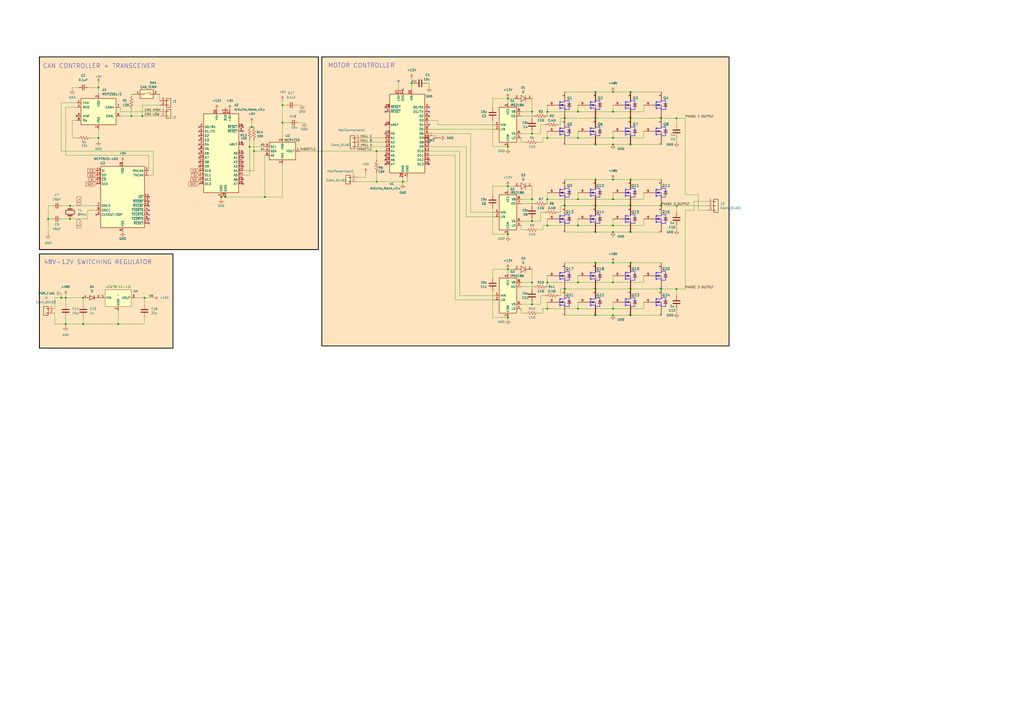
<source format=kicad_sch>
(kicad_sch (version 20231120) (generator "eeschema") (generator_version "8.0")
  (paper "A2")
  (title_block (title "URBAN MOTOR CONTROLLER") (company "UBC SUPERMILEAGE"))
  (junction (at 308.61 128.27))
  (junction (at 345.44 152.4))
  (junction (at 392.43 68.58))
  (junction (at 308.61 163.83))
  (junction (at 308.61 115.57))
  (junction (at 147.32 87.63))
  (junction (at 233.68 105.41))
  (junction (at 294.64 107.95))
  (junction (at 317.5 130.81))
  (junction (at 355.6 182.88))
  (junction (at 68.58 187.96))
  (junction (at 355.6 163.83))
  (junction (at 335.28 80.01))
  (junction (at 335.28 115.57))
  (junction (at 327.66 167.64))
  (junction (at 383.54 68.58))
  (junction (at 327.66 68.58))
  (junction (at 345.44 53.34))
  (junction (at 294.64 135.89))
  (junction (at 130.81 114.3))
  (junction (at 144.78 85.09))
  (junction (at 365.76 152.4))
  (junction (at 82.55 67.31))
  (junction (at 365.76 119.38))
  (junction (at 365.76 182.88))
  (junction (at 76.2 67.31))
  (junction (at 345.44 119.38))
  (junction (at 383.54 167.64))
  (junction (at 218.44 87.63))
  (junction (at 355.6 53.34))
  (junction (at 40.64 119.38))
  (junction (at 355.6 80.01))
  (junction (at 365.76 104.14))
  (junction (at 57.15 50.8))
  (junction (at 308.61 77.47))
  (junction (at 83.82 172.72))
  (junction (at 294.64 184.15))
  (junction (at 317.5 179.07))
  (junction (at 355.6 115.57))
  (junction (at 365.76 134.62))
  (junction (at 365.76 83.82))
  (junction (at 355.6 179.07))
  (junction (at 355.6 104.14))
  (junction (at 345.44 182.88))
  (junction (at 335.28 64.77))
  (junction (at 317.5 163.83))
  (junction (at 355.6 64.77))
  (junction (at 335.28 179.07))
  (junction (at 355.6 134.62))
  (junction (at 327.66 119.38))
  (junction (at 345.44 68.58))
  (junction (at 345.44 134.62))
  (junction (at 345.44 104.14))
  (junction (at 57.15 80.01))
  (junction (at 218.44 105.41))
  (junction (at 40.64 127))
  (junction (at 163.83 60.96))
  (junction (at 294.64 156.21))
  (junction (at 294.64 85.09))
  (junction (at 317.5 115.57))
  (junction (at 355.6 152.4))
  (junction (at 27.94 127))
  (junction (at 317.5 64.77))
  (junction (at 128.27 114.3))
  (junction (at 48.26 187.96))
  (junction (at 38.1 172.72))
  (junction (at 308.61 64.77))
  (junction (at 355.6 130.81))
  (junction (at 317.5 80.01))
  (junction (at 392.43 119.38))
  (junction (at 308.61 176.53))
  (junction (at 345.44 83.82))
  (junction (at 146.05 73.66))
  (junction (at 35.56 172.72))
  (junction (at 48.26 172.72))
  (junction (at 294.64 57.15))
  (junction (at 365.76 53.34))
  (junction (at 163.83 71.12))
  (junction (at 365.76 167.64))
  (junction (at 345.44 167.64))
  (junction (at 38.1 187.96))
  (junction (at 238.76 48.26))
  (junction (at 335.28 130.81))
  (junction (at 383.54 119.38))
  (junction (at 365.76 68.58))
  (junction (at 392.43 167.64))
  (junction (at 153.67 114.3))
  (junction (at 335.28 163.83))
  (junction (at 355.6 83.82))
  (no_connect (at 44.45 67.31))
  (no_connect (at 223.52 64.77))
  (no_connect (at 140.97 73.66))
  (no_connect (at 223.52 72.39))
  (no_connect (at 86.36 129.54))
  (no_connect (at 140.97 106.68))
  (no_connect (at 248.92 67.31))
  (no_connect (at 115.57 83.82))
  (no_connect (at 248.92 72.39))
  (no_connect (at 248.92 62.23))
  (no_connect (at 115.57 73.66))
  (no_connect (at 231.14 46.99))
  (no_connect (at 86.36 124.46))
  (no_connect (at 140.97 96.52))
  (no_connect (at 248.92 64.77))
  (no_connect (at 140.97 76.2))
  (no_connect (at 233.68 52.07))
  (no_connect (at 86.36 119.38))
  (no_connect (at 115.57 96.52))
  (no_connect (at 140.97 83.82))
  (no_connect (at 115.57 88.9))
  (no_connect (at 223.52 77.47))
  (no_connect (at 115.57 91.44))
  (no_connect (at 86.36 127))
  (no_connect (at 248.92 82.55))
  (no_connect (at 86.36 121.92))
  (no_connect (at 223.52 62.23))
  (no_connect (at 248.92 95.25))
  (no_connect (at 140.97 93.98))
  (no_connect (at 248.92 92.71))
  (no_connect (at 115.57 86.36))
  (no_connect (at 140.97 104.14))
  (no_connect (at 140.97 88.9))
  (no_connect (at 115.57 78.74))
  (no_connect (at 140.97 91.44))
  (no_connect (at 223.52 92.71))
  (no_connect (at 130.81 63.5))
  (no_connect (at 115.57 93.98))
  (no_connect (at 115.57 76.2))
  (no_connect (at 55.88 124.46))
  (no_connect (at 86.36 114.3))
  (no_connect (at 223.52 95.25))
  (no_connect (at 115.57 81.28))
  (no_connect (at 86.36 116.84))
  (no_connect (at 223.52 90.17))
  (wire (pts (xy 392.43 167.64) (xy 392.43 171.45)))
  (wire (pts (xy 373.38 80.01) (xy 355.6 80.01)))
  (wire (pts (xy 285.75 107.95) (xy 294.64 107.95)))
  (wire (pts (xy 285.75 168.91) (xy 285.75 184.15)))
  (wire (pts (xy 218.44 87.63) (xy 223.52 87.63)))
  (wire (pts (xy 308.61 176.53) (xy 302.26 176.53)))
  (wire (pts (xy 35.56 127) (xy 40.64 127)))
  (wire (pts (xy 335.28 60.96) (xy 335.28 64.77)))
  (wire (pts (xy 327.66 83.82) (xy 345.44 83.82)))
  (wire (pts (xy 35.56 59.69) (xy 44.45 59.69)))
  (wire (pts (xy 302.26 82.55) (xy 302.26 80.01)))
  (wire (pts (xy 355.6 111.76) (xy 355.6 115.57)))
  (wire (pts (xy 317.5 166.37) (xy 317.5 163.83)))
  (wire (pts (xy 48.26 187.96) (xy 68.58 187.96)))
  (wire (pts (xy 172.72 71.12) (xy 176.53 71.12)))
  (wire (pts (xy 57.15 50.8) (xy 57.15 54.61)))
  (wire (pts (xy 365.76 119.38) (xy 345.44 119.38)))
  (wire (pts (xy 308.61 64.77) (xy 308.61 68.58)))
  (wire (pts (xy 313.69 72.39) (xy 313.69 77.47)))
  (wire (pts (xy 294.64 156.21) (xy 298.45 156.21)))
  (wire (pts (xy 335.28 115.57) (xy 355.6 115.57)))
  (wire (pts (xy 48.26 176.53) (xy 48.26 172.72)))
  (wire (pts (xy 82.55 67.31) (xy 92.71 67.31)))
  (wire (pts (xy 317.5 127) (xy 317.5 130.81)))
  (wire (pts (xy 335.28 163.83) (xy 317.5 163.83)))
  (wire (pts (xy 50.8 50.8) (xy 57.15 50.8)))
  (wire (pts (xy 327.66 152.4) (xy 345.44 152.4)))
  (wire (pts (xy 57.15 74.93) (xy 57.15 80.01)))
  (wire (pts (xy 31.75 181.61) (xy 31.75 187.96)))
  (wire (pts (xy 88.9 87.63) (xy 35.56 87.63)))
  (wire (pts (xy 240.03 48.26) (xy 238.76 48.26)))
  (wire (pts (xy 218.44 87.63) (xy 218.44 92.71)))
  (wire (pts (xy 335.28 80.01) (xy 355.6 80.01)))
  (wire (pts (xy 285.75 85.09) (xy 294.64 85.09)))
  (wire (pts (xy 355.6 76.2) (xy 355.6 80.01)))
  (wire (pts (xy 317.5 115.57) (xy 317.5 111.76)))
  (wire (pts (xy 316.23 72.39) (xy 313.69 72.39)))
  (wire (pts (xy 373.38 127) (xy 373.38 130.81)))
  (wire (pts (xy 285.75 156.21) (xy 294.64 156.21)))
  (wire (pts (xy 147.32 99.06) (xy 147.32 87.63)))
  (wire (pts (xy 373.38 60.96) (xy 373.38 64.77)))
  (wire (pts (xy 31.75 179.07) (xy 31.75 172.72)))
  (wire (pts (xy 402.59 116.84) (xy 410.21 116.84)))
  (wire (pts (xy 83.82 172.72) (xy 88.9 172.72)))
  (wire (pts (xy 273.05 77.47) (xy 248.92 77.47)))
  (wire (pts (xy 146.05 73.66) (xy 147.32 73.66)))
  (wire (pts (xy 248.92 90.17) (xy 264.16 90.17)))
  (wire (pts (xy 373.38 179.07) (xy 355.6 179.07)))
  (wire (pts (xy 273.05 77.47) (xy 273.05 123.19)))
  (wire (pts (xy 50.8 127) (xy 40.64 127)))
  (wire (pts (xy 92.71 60.96) (xy 82.55 60.96)))
  (wire (pts (xy 83.82 172.72) (xy 83.82 176.53)))
  (wire (pts (xy 317.5 80.01) (xy 335.28 80.01)))
  (wire (pts (xy 308.61 128.27) (xy 302.26 128.27)))
  (wire (pts (xy 173.99 87.63) (xy 218.44 87.63)))
  (wire (pts (xy 285.75 113.03) (xy 285.75 107.95)))
  (wire (pts (xy 325.12 123.19) (xy 325.12 119.38)))
  (wire (pts (xy 35.56 119.38) (xy 40.64 119.38)))
  (wire (pts (xy 294.64 107.95) (xy 298.45 107.95)))
  (wire (pts (xy 308.61 163.83) (xy 308.61 167.64)))
  (wire (pts (xy 38.1 176.53) (xy 38.1 172.72)))
  (wire (pts (xy 163.83 71.12) (xy 163.83 80.01)))
  (wire (pts (xy 254 69.85) (xy 248.92 69.85)))
  (wire (pts (xy 313.69 77.47) (xy 308.61 77.47)))
  (wire (pts (xy 41.91 69.85) (xy 41.91 80.01)))
  (wire (pts (xy 77.47 54.61) (xy 76.2 54.61)))
  (wire (pts (xy 207.01 102.87) (xy 212.09 102.87)))
  (wire (pts (xy 314.96 130.81) (xy 314.96 133.35)))
  (wire (pts (xy 405.13 113.03) (xy 405.13 121.92)))
  (wire (pts (xy 302.26 181.61) (xy 302.26 179.07)))
  (wire (pts (xy 88.9 101.6) (xy 88.9 87.63)))
  (wire (pts (xy 302.26 133.35) (xy 304.8 133.35)))
  (wire (pts (xy 92.71 54.61) (xy 92.71 58.42)))
  (wire (pts (xy 76.2 63.5) (xy 76.2 67.31)))
  (wire (pts (xy 31.75 172.72) (xy 35.56 172.72)))
  (wire (pts (xy 383.54 68.58) (xy 392.43 68.58)))
  (wire (pts (xy 314.96 179.07) (xy 314.96 181.61)))
  (wire (pts (xy 270.51 85.09) (xy 270.51 125.73)))
  (wire (pts (xy 147.32 87.63) (xy 153.67 87.63)))
  (wire (pts (xy 294.64 107.95) (xy 294.64 110.49)))
  (wire (pts (xy 365.76 104.14) (xy 383.54 104.14)))
  (wire (pts (xy 163.83 114.3) (xy 153.67 114.3)))
  (wire (pts (xy 163.83 95.25) (xy 163.83 114.3)))
  (wire (pts (xy 294.64 137.16) (xy 294.64 135.89)))
  (wire (pts (xy 82.55 60.96) (xy 82.55 67.31)))
  (wire (pts (xy 128.27 114.3) (xy 130.81 114.3)))
  (wire (pts (xy 335.28 115.57) (xy 317.5 115.57)))
  (wire (pts (xy 383.54 167.64) (xy 392.43 167.64)))
  (wire (pts (xy 50.8 121.92) (xy 50.8 127)))
  (wire (pts (xy 335.28 127) (xy 335.28 130.81)))
  (wire (pts (xy 38.1 172.72) (xy 48.26 172.72)))
  (wire (pts (xy 397.51 68.58) (xy 392.43 68.58)))
  (wire (pts (xy 313.69 123.19) (xy 313.69 128.27)))
  (wire (pts (xy 345.44 167.64) (xy 365.76 167.64)))
  (wire (pts (xy 285.75 62.23) (xy 285.75 57.15)))
  (wire (pts (xy 308.61 76.2) (xy 308.61 77.47)))
  (wire (pts (xy 83.82 184.15) (xy 83.82 187.96)))
  (wire (pts (xy 323.85 72.39) (xy 325.12 72.39)))
  (wire (pts (xy 327.66 53.34) (xy 345.44 53.34)))
  (wire (pts (xy 270.51 125.73) (xy 287.02 125.73)))
  (wire (pts (xy 373.38 111.76) (xy 373.38 115.57)))
  (wire (pts (xy 38.1 172.72) (xy 38.1 171.45)))
  (wire (pts (xy 316.23 171.45) (xy 313.69 171.45)))
  (wire (pts (xy 231.14 46.99) (xy 231.14 52.07)))
  (wire (pts (xy 308.61 156.21) (xy 308.61 163.83)))
  (wire (pts (xy 264.16 90.17) (xy 264.16 173.99)))
  (wire (pts (xy 392.43 167.64) (xy 397.51 167.64)))
  (wire (pts (xy 355.6 115.57) (xy 373.38 115.57)))
  (wire (pts (xy 355.6 53.34) (xy 365.76 53.34)))
  (wire (pts (xy 317.5 130.81) (xy 335.28 130.81)))
  (wire (pts (xy 365.76 182.88) (xy 383.54 182.88)))
  (wire (pts (xy 317.5 179.07) (xy 335.28 179.07)))
  (wire (pts (xy 345.44 104.14) (xy 355.6 104.14)))
  (wire (pts (xy 325.12 171.45) (xy 325.12 167.64)))
  (wire (pts (xy 76.2 67.31) (xy 82.55 67.31)))
  (wire (pts (xy 128.27 114.3) (xy 128.27 115.57)))
  (wire (pts (xy 335.28 130.81) (xy 355.6 130.81)))
  (wire (pts (xy 314.96 80.01) (xy 314.96 82.55)))
  (wire (pts (xy 392.43 119.38) (xy 410.21 119.38)))
  (wire (pts (xy 238.76 45.72) (xy 238.76 48.26)))
  (wire (pts (xy 209.55 85.09) (xy 223.52 85.09)))
  (wire (pts (xy 238.76 48.26) (xy 238.76 52.07)))
  (wire (pts (xy 50.8 121.92) (xy 55.88 121.92)))
  (wire (pts (xy 57.15 48.26) (xy 57.15 50.8)))
  (wire (pts (xy 345.44 83.82) (xy 355.6 83.82)))
  (wire (pts (xy 365.76 152.4) (xy 383.54 152.4)))
  (wire (pts (xy 317.5 64.77) (xy 317.5 60.96)))
  (wire (pts (xy 335.28 111.76) (xy 335.28 115.57)))
  (wire (pts (xy 302.26 166.37) (xy 309.88 166.37)))
  (wire (pts (xy 218.44 105.41) (xy 233.68 105.41)))
  (wire (pts (xy 294.64 57.15) (xy 294.64 59.69)))
  (wire (pts (xy 285.75 120.65) (xy 285.75 135.89)))
  (wire (pts (xy 327.66 104.14) (xy 345.44 104.14)))
  (wire (pts (xy 254 72.39) (xy 254 69.85)))
  (wire (pts (xy 392.43 68.58) (xy 392.43 72.39)))
  (wire (pts (xy 264.16 173.99) (xy 287.02 173.99)))
  (wire (pts (xy 218.44 100.33) (xy 218.44 105.41)))
  (wire (pts (xy 35.56 87.63) (xy 35.56 59.69)))
  (wire (pts (xy 327.66 68.58) (xy 345.44 68.58)))
  (wire (pts (xy 83.82 187.96) (xy 68.58 187.96)))
  (wire (pts (xy 317.5 175.26) (xy 317.5 179.07)))
  (wire (pts (xy 308.61 115.57) (xy 308.61 119.38)))
  (wire (pts (xy 392.43 80.01) (xy 392.43 82.55)))
  (wire (pts (xy 365.76 134.62) (xy 383.54 134.62)))
  (wire (pts (xy 163.83 60.96) (xy 163.83 71.12)))
  (wire (pts (xy 365.76 119.38) (xy 383.54 119.38)))
  (wire (pts (xy 212.09 102.87) (xy 212.09 100.33)))
  (wire (pts (xy 38.1 187.96) (xy 48.26 187.96)))
  (wire (pts (xy 163.83 60.96) (xy 166.37 60.96)))
  (wire (pts (xy 365.76 53.34) (xy 383.54 53.34)))
  (wire (pts (xy 294.64 156.21) (xy 294.64 158.75)))
  (wire (pts (xy 302.26 181.61) (xy 304.8 181.61)))
  (wire (pts (xy 355.6 134.62) (xy 365.76 134.62)))
  (wire (pts (xy 209.55 82.55) (xy 223.52 82.55)))
  (wire (pts (xy 48.26 187.96) (xy 48.26 184.15)))
  (wire (pts (xy 302.26 67.31) (xy 309.88 67.31)))
  (wire (pts (xy 308.61 175.26) (xy 308.61 176.53)))
  (wire (pts (xy 308.61 107.95) (xy 308.61 115.57)))
  (wire (pts (xy 397.51 167.64) (xy 397.51 121.92)))
  (wire (pts (xy 57.15 80.01) (xy 57.15 81.915)))
  (wire (pts (xy 323.85 123.19) (xy 325.12 123.19)))
  (wire (pts (xy 355.6 83.82) (xy 365.76 83.82)))
  (wire (pts (xy 317.5 76.2) (xy 317.5 80.01)))
  (wire (pts (xy 248.92 48.26) (xy 248.92 50.8)))
  (wire (pts (xy 355.6 104.14) (xy 365.76 104.14)))
  (wire (pts (xy 146.05 71.12) (xy 146.05 73.66)))
  (wire (pts (xy 86.36 101.6) (xy 88.9 101.6)))
  (wire (pts (xy 285.75 69.85) (xy 285.75 85.09)))
  (wire (pts (xy 355.6 127) (xy 355.6 130.81)))
  (wire (pts (xy 373.38 130.81) (xy 355.6 130.81)))
  (wire (pts (xy 327.66 119.38) (xy 345.44 119.38)))
  (wire (pts (xy 78.74 172.72) (xy 83.82 172.72)))
  (wire (pts (xy 316.23 123.19) (xy 313.69 123.19)))
  (wire (pts (xy 302.26 64.77) (xy 308.61 64.77)))
  (wire (pts (xy 27.94 119.38) (xy 30.48 119.38)))
  (wire (pts (xy 302.26 115.57) (xy 308.61 115.57)))
  (wire (pts (xy 266.7 87.63) (xy 266.7 171.45)))
  (wire (pts (xy 325.12 119.38) (xy 327.66 119.38)))
  (wire (pts (xy 317.5 64.77) (xy 335.28 64.77)))
  (wire (pts (xy 325.12 68.58) (xy 327.66 68.58)))
  (wire (pts (xy 345.44 134.62) (xy 355.6 134.62)))
  (wire (pts (xy 41.91 50.8) (xy 45.72 50.8)))
  (wire (pts (xy 245.11 80.01) (xy 248.92 80.01)))
  (wire (pts (xy 355.6 152.4) (xy 365.76 152.4)))
  (wire (pts (xy 365.76 68.58) (xy 345.44 68.58)))
  (wire (pts (xy 308.61 77.47) (xy 302.26 77.47)))
  (wire (pts (xy 392.43 181.61) (xy 392.43 179.07)))
  (wire (pts (xy 294.64 57.15) (xy 298.45 57.15)))
  (wire (pts (xy 302.26 133.35) (xy 302.26 130.81)))
  (wire (pts (xy 69.85 64.77) (xy 69.85 62.23)))
  (wire (pts (xy 163.83 71.12) (xy 167.64 71.12)))
  (wire (pts (xy 41.91 80.01) (xy 45.085 80.01)))
  (wire (pts (xy 355.6 160.02) (xy 355.6 163.83)))
  (wire (pts (xy 323.85 171.45) (xy 325.12 171.45)))
  (wire (pts (xy 294.64 86.36) (xy 294.64 85.09)))
  (wire (pts (xy 365.76 167.64) (xy 383.54 167.64)))
  (wire (pts (xy 365.76 83.82) (xy 383.54 83.82)))
  (wire (pts (xy 285.75 184.15) (xy 294.64 184.15)))
  (wire (pts (xy 314.96 82.55) (xy 312.42 82.55)))
  (wire (pts (xy 345.44 53.34) (xy 355.6 53.34)))
  (wire (pts (xy 31.75 187.96) (xy 38.1 187.96)))
  (wire (pts (xy 302.26 163.83) (xy 308.61 163.83)))
  (wire (pts (xy 86.36 99.06) (xy 86.36 90.17)))
  (wire (pts (xy 327.66 134.62) (xy 345.44 134.62)))
  (wire (pts (xy 38.1 187.96) (xy 38.1 184.15)))
  (wire (pts (xy 335.28 175.26) (xy 335.28 179.07)))
  (wire (pts (xy 163.83 58.42) (xy 163.83 60.96)))
  (wire (pts (xy 69.85 64.77) (xy 92.71 64.77)))
  (wire (pts (xy 40.64 119.38) (xy 55.88 119.38)))
  (wire (pts (xy 153.67 90.17) (xy 153.67 114.3)))
  (wire (pts (xy 302.26 118.11) (xy 309.88 118.11)))
  (wire (pts (xy 35.56 172.72) (xy 38.1 172.72)))
  (wire (pts (xy 402.59 121.92) (xy 402.59 116.84)))
  (wire (pts (xy 294.64 185.42) (xy 294.64 184.15)))
  (wire (pts (xy 209.55 80.01) (xy 223.52 80.01)))
  (wire (pts (xy 335.28 179.07) (xy 355.6 179.07)))
  (wire (pts (xy 144.78 81.28) (xy 144.78 85.09)))
  (wire (pts (xy 313.69 176.53) (xy 308.61 176.53)))
  (wire (pts (xy 308.61 127) (xy 308.61 128.27)))
  (wire (pts (xy 27.94 119.38) (xy 27.94 127)))
  (wire (pts (xy 41.91 50.8) (xy 41.91 52.07)))
  (wire (pts (xy 76.2 54.61) (xy 76.2 55.88)))
  (wire (pts (xy 314.96 130.81) (xy 317.5 130.81)))
  (wire (pts (xy 207.01 105.41) (xy 218.44 105.41)))
  (wire (pts (xy 233.68 105.41) (xy 233.68 102.87)))
  (wire (pts (xy 144.78 73.66) (xy 146.05 73.66)))
  (wire (pts (xy 327.66 182.88) (xy 345.44 182.88)))
  (wire (pts (xy 383.54 119.38) (xy 392.43 119.38)))
  (wire (pts (xy 86.36 90.17) (xy 38.1 90.17)))
  (wire (pts (xy 144.78 85.09) (xy 144.78 101.6)))
  (wire (pts (xy 35.56 170.18) (xy 35.56 172.72)))
  (wire (pts (xy 44.45 69.85) (xy 41.91 69.85)))
  (wire (pts (xy 397.51 68.58) (xy 397.51 113.03)))
  (wire (pts (xy 335.28 76.2) (xy 335.28 80.01)))
  (wire (pts (xy 355.6 60.96) (xy 355.6 64.77)))
  (wire (pts (xy 144.78 101.6) (xy 140.97 101.6)))
  (wire (pts (xy 345.44 152.4) (xy 355.6 152.4)))
  (wire (pts (xy 325.12 72.39) (xy 325.12 68.58)))
  (wire (pts (xy 69.85 67.31) (xy 76.2 67.31)))
  (wire (pts (xy 314.96 133.35) (xy 312.42 133.35)))
  (wire (pts (xy 233.68 105.41) (xy 236.22 105.41)))
  (wire (pts (xy 335.28 64.77) (xy 355.6 64.77)))
  (wire (pts (xy 365.76 68.58) (xy 383.54 68.58)))
  (wire (pts (xy 248.92 74.93) (xy 287.02 74.93)))
  (wire (pts (xy 373.38 175.26) (xy 373.38 179.07)))
  (wire (pts (xy 314.96 181.61) (xy 312.42 181.61)))
  (wire (pts (xy 392.43 119.38) (xy 392.43 123.19)))
  (wire (pts (xy 171.45 60.96) (xy 175.26 60.96)))
  (wire (pts (xy 392.43 133.35) (xy 392.43 130.81)))
  (wire (pts (xy 308.61 57.15) (xy 308.61 64.77)))
  (wire (pts (xy 285.75 57.15) (xy 294.64 57.15)))
  (wire (pts (xy 314.96 80.01) (xy 317.5 80.01)))
  (wire (pts (xy 68.58 180.34) (xy 68.58 187.96)))
  (wire (pts (xy 254 72.39) (xy 287.02 72.39)))
  (wire (pts (xy 355.6 163.83) (xy 373.38 163.83)))
  (wire (pts (xy 313.69 171.45) (xy 313.69 176.53)))
  (wire (pts (xy 325.12 167.64) (xy 327.66 167.64)))
  (wire (pts (xy 317.5 163.83) (xy 317.5 160.02)))
  (wire (pts (xy 38.1 62.23) (xy 44.45 62.23)))
  (wire (pts (xy 405.13 121.92) (xy 410.21 121.92)))
  (wire (pts (xy 38.1 187.96) (xy 38.1 189.23)))
  (wire (pts (xy 236.22 105.41) (xy 236.22 102.87)))
  (wire (pts (xy 52.705 80.01) (xy 57.15 80.01)))
  (wire (pts (xy 335.28 160.02) (xy 335.28 163.83)))
  (wire (pts (xy 266.7 171.45) (xy 287.02 171.45)))
  (wire (pts (xy 355.6 182.88) (xy 365.76 182.88)))
  (wire (pts (xy 335.28 163.83) (xy 355.6 163.83)))
  (wire (pts (xy 144.78 85.09) (xy 153.67 85.09)))
  (wire (pts (xy 327.66 167.64) (xy 345.44 167.64)))
  (wire (pts (xy 355.6 64.77) (xy 373.38 64.77)))
  (wire (pts (xy 302.26 82.55) (xy 304.8 82.55)))
  (wire (pts (xy 397.51 121.92) (xy 402.59 121.92)))
  (wire (pts (xy 247.65 48.26) (xy 248.92 48.26)))
  (wire (pts (xy 313.69 128.27) (xy 308.61 128.27)))
  (wire (pts (xy 345.44 182.88) (xy 355.6 182.88)))
  (wire (pts (xy 270.51 85.09) (xy 248.92 85.09)))
  (wire (pts (xy 285.75 135.89) (xy 294.64 135.89)))
  (wire (pts (xy 373.38 76.2) (xy 373.38 80.01)))
  (wire (pts (xy 266.7 87.63) (xy 248.92 87.63)))
  (wire (pts (xy 317.5 67.31) (xy 317.5 64.77)))
  (wire (pts (xy 27.94 127) (xy 30.48 127)))
  (wire (pts (xy 38.1 90.17) (xy 38.1 62.23)))
  (wire (pts (xy 140.97 99.06) (xy 147.32 99.06)))
  (wire (pts (xy 147.32 81.28) (xy 147.32 87.63)))
  (wire (pts (xy 373.38 160.02) (xy 373.38 163.83)))
  (wire (pts (xy 130.81 114.3) (xy 153.67 114.3)))
  (wire (pts (xy 397.51 113.03) (xy 405.13 113.03)))
  (wire (pts (xy 273.05 123.19) (xy 287.02 123.19)))
  (wire (pts (xy 233.68 106.68) (xy 233.68 105.41)))
  (wire (pts (xy 355.6 175.26) (xy 355.6 179.07)))
  (wire (pts (xy 285.75 161.29) (xy 285.75 156.21)))
  (wire (pts (xy 314.96 179.07) (xy 317.5 179.07)))
  (wire (pts (xy 317.5 118.11) (xy 317.5 115.57)))
  (wire (pts (xy 27.94 127) (xy 27.94 135.89)))
  (rectangle (start 22.86 147.32) (end 100.33 201.93) (stroke (width 0.5) (color 0 0 0 1)) (fill (type color) (color 255 229 191 1)))
  (rectangle (start 22.86 33.02) (end 184.658 144.78) (stroke (width 0.5) (color 0 0 0 1)) (fill (type color) (color 255 229 191 1)))
  (rectangle (start 186.69 33.02) (end 422.91 200.66) (stroke (width 0.5) (color 0 0 0 1)) (fill (type color) (color 255 229 191 1)))
  (text "48V-12V SWITCHING REGULATOR" (at 25.4 153.67 0) (effects (font (size 2.54 2.54)) (justify left bottom)))
  (text "CAN CONTROLLER + TRANSCEIVER" (at 24.892 39.878 0) (effects (font (size 2.54 2.54)) (justify left bottom)))
  (text "MOTOR CONTROLLER" (at 190.246 39.624 0) (effects (font (size 2.54 2.54)) (justify left bottom)))
  (label "HALL A" (at 215.9 85.09 180))
  (label "A5" (at 151.13 85.09 0))
  (label "PHASE 3 OUTPUT" (at 397.51 167.64 0))
  (label "HALL C" (at 215.9 80.01 180))
  (label "A4" (at 151.13 87.63 0))
  (label "CAN LOW" (at 83.82 67.31 0))
  (label "THROTTLE" (at 215.9 87.63 180))
  (label "THROTTLE" (at 173.99 87.63 0))
  (label "PHASE 1 OUTPUT" (at 397.51 68.58 0))
  (label "CAN HIGH" (at 83.82 64.77 0))
  (label "PHASE 2 OUTPUT" (at 383.54 119.38 0))
  (label "Vin" (at 238.76 48.26 0))
  (label "VB" (at 86.36 172.72 0))
  (label "HALL B" (at 215.9 82.55 180))
  (global_label "SO" (shape input) (at 55.88 101.6 180) (property "Intersheetrefs" "${INTERSHEET_REFS}" (effects (hide yes))))
  (global_label "SCK" (shape input) (at 115.57 106.68 180) (property "Intersheetrefs" "${INTERSHEET_REFS}" (effects (hide yes))))
  (global_label "SCK" (shape input) (at 55.88 106.68 180) (property "Intersheetrefs" "${INTERSHEET_REFS}" (effects (hide yes))))
  (global_label "C+" (shape input) (at 45.72 119.38 90) (property "Intersheetrefs" "${INTERSHEET_REFS}" (effects (hide yes))))
  (global_label "CS" (shape input) (at 55.88 99.06 180) (property "Intersheetrefs" "${INTERSHEET_REFS}" (effects (hide yes))))
  (global_label "CS" (shape input) (at 115.57 99.06 180) (property "Intersheetrefs" "${INTERSHEET_REFS}" (effects (hide yes))))
  (global_label "SO" (shape input) (at 115.57 104.14 180) (property "Intersheetrefs" "${INTERSHEET_REFS}" (effects (hide yes))))
  (global_label "C-" (shape input) (at 45.72 127 270) (property "Intersheetrefs" "${INTERSHEET_REFS}" (effects (hide yes))))
  (global_label "SI" (shape input) (at 115.57 101.6 180) (property "Intersheetrefs" "${INTERSHEET_REFS}" (effects (hide yes))))
  (global_label "SI" (shape input) (at 55.88 104.14 180) (property "Intersheetrefs" "${INTERSHEET_REFS}" (effects (hide yes))))
  (symbol (lib_id "Supermileage Symbols:root_0_IQE022N06LM5CGSC") (at 378.46 73.66 0) (unit 1)
    (property "Reference" "Q8" (at 386.334 72.136 0) (effects (font (size 1.524 1.524))))
    (property "Value" "IQE022N06LM5CGSCATMA1" (effects (hide yes)))
    (property "Footprint" "urban_mc_custom_footprints:IFX-PG-WHTFN-9-1-V" (effects (hide yes)))
    (property "Datasheet" "https://www.infineon.com/dgdl/Infineon-IQE022N06LM5CGSC-DataSheet-v02_00-EN.pdf?fileId=8ac78c8c85ecb34701866d7ad6fd51c1" (effects (hide yes)))
    (property "Description" "Insulated-Gate Field-Effect Transistor (IGFET), N-Channel, Enhancement, Body Diode, Pin 1 Source, 2 Source, 3 Source, 4 Sourse, 5 Drain, 6 Drain, 7 Drain, 8 Drain, 9 Gate, 9 Pins" (effects (hide yes)))
  )
  (symbol (lib_id "Driver_FET:IRS2186") (at 294.64 123.19 0) (unit 1)
    (property "Reference" "G2" (at 295.91 109.728 0) (effects (justify left)))
    (property "Value" "IRS2186" (at 295.91 111.76 0) (effects (justify left)))
    (property "Footprint" "Package_SO:SOIC-8_3.9x4.9mm_P1.27mm" (effects (hide yes)))
    (property "Datasheet" "https://www.infineon.com/dgdl/irs2186pbf.pdf?fileId=5546d462533600a40153567716c427ed" (effects (hide yes)))
    (property "Description" "High and Low Side Driver, 600V, 4A, PDIP-8/SOIC-8" (effects (hide yes)))
  )
  (symbol (lib_name "root_0_IQE022N06LM5CGSC_5") (lib_id "Supermileage Symbols:root_0_IQE022N06LM5CGSC") (at 322.58 172.72 0) (unit 1)
    (property "Reference" "Q21" (at 330.454 171.196 0) (effects (font (size 1.524 1.524))))
    (property "Value" "IQE022N06LM5CGSCATMA1" (effects (hide yes)))
    (property "Footprint" "urban_mc_custom_footprints:IFX-PG-WHTFN-9-1-V" (effects (hide yes)))
    (property "Datasheet" "https://www.infineon.com/dgdl/Infineon-IQE022N06LM5CGSC-DataSheet-v02_00-EN.pdf?fileId=8ac78c8c85ecb34701866d7ad6fd51c1" (effects (hide yes)))
    (property "Description" "Insulated-Gate Field-Effect Transistor (IGFET), N-Channel, Enhancement, Body Diode, Pin 1 Source, 2 Source, 3 Source, 4 Sourse, 5 Drain, 6 Drain, 7 Drain, 8 Drain, 9 Gate, 9 Pins" (effects (hide yes)))
  )
  (symbol (lib_name "root_0_IQE022N06LM5CGSC_4") (lib_id "Supermileage Symbols:root_0_IQE022N06LM5CGSC") (at 342.9 153.67 0) (unit 1)
    (property "Reference" "Q18" (at 348.234 155.956 0) (effects (font (size 1.524 1.524))))
    (property "Value" "IQE022N06LM5CGSCATMA1" (effects (hide yes)))
    (property "Footprint" "urban_mc_custom_footprints:IFX-PG-WHTFN-9-1-V" (effects (hide yes)))
    (property "Datasheet" "https://www.infineon.com/dgdl/Infineon-IQE022N06LM5CGSC-DataSheet-v02_00-EN.pdf?fileId=8ac78c8c85ecb34701866d7ad6fd51c1" (effects (hide yes)))
    (property "Description" "Insulated-Gate Field-Effect Transistor (IGFET), N-Channel, Enhancement, Body Diode, Pin 1 Source, 2 Source, 3 Source, 4 Sourse, 5 Drain, 6 Drain, 7 Drain, 8 Drain, 9 Gate, 9 Pins" (effects (hide yes)))
  )
  (symbol (lib_id "Diode_Supermileage:SSB44-E3_52T") (at 298.45 156.21 0) (unit 1)
    (property "Reference" "D3" (at 303.53 149.86 0))
    (property "Value" "D" (at 303.53 152.4 0))
    (property "Footprint" "DIODE_DO214AA_MBRS_VIS" (effects (hide yes)))
    (property "Datasheet" "https://www.vishay.com/docs/88884/ssb43l.pdf" (effects (hide yes)))
    (property "Sim.Device" "D" (effects (hide yes)))
    (property "Sim.Pins" "1=K 2=A" (effects (hide yes)))
  )
  (symbol (lib_id "Connector_Generic:Conn_01x02") (at 97.79 58.42 0) (unit 1)
    (property "Reference" "J1" (at 100.076 58.674 0) (effects (justify left)))
    (property "Value" "Conn_01x02" (effects (hide yes)))
    (property "Footprint" "urban_mc_custom_footprints:CON_436500200_MOL" (effects (hide yes)))
    (property "Datasheet" "https://www.molex.com/content/dam/molex/molex-dot-com/products/automated/en-us/salesdrawingpdf/436/43650/436500200_sd.pdf?inline" (effects (hide yes)))
    (property "Description" "Generic connector, single row, 01x02, script generated (kicad-library-utils/schlib/autogen/connector/)" (effects (hide yes)))
  )
  (symbol (lib_id "power:GND") (at 38.1 189.23 0) (unit 1)
    (property "Reference" "#PWR033" (effects (hide yes)))
    (property "Value" "GND" (at 38.1 194.31 0))
    (property "Description" "Power symbol creates a global label with name \"GND\" , ground" (effects (hide yes)))
  )
  (symbol (lib_id "power:GND") (at 41.91 52.07 0) (unit 1)
    (property "Reference" "#PWR05" (effects (hide yes)))
    (property "Value" "GND" (at 41.91 56.515 0))
    (property "Description" "Power symbol creates a global label with name \"GND\" , ground" (effects (hide yes)))
  )
  (symbol (lib_id "power:GND") (at 255.27 80.01 90) (unit 1)
    (property "Reference" "#PWR011" (effects (hide yes)))
    (property "Value" "GND" (at 259.08 80.01 90) (effects (justify right)))
    (property "Description" "Power symbol creates a global label with name \"GND\" , ground" (effects (hide yes)))
  )
  (symbol (lib_id "Switch:SW_Push") (at 250.19 80.01 0) (unit 1)
    (property "Reference" "SW2" (at 250.19 81.28 0))
    (property "Value" "SW_Push" (effects (hide yes)))
    (property "Footprint" "urban_mc_custom_footprints:SW_TS04-66-70-BK-160-SMT" (effects (hide yes)))
    (property "Datasheet" "https://www.sameskydevices.com/product/resource/ts04.pdf" (effects (hide yes)))
    (property "Description" "Push button switch, generic, two pins" (effects (hide yes)))
  )
  (symbol (lib_id "power:+48V") (at 355.6 53.34 0) (unit 1)
    (property "Reference" "#PWR07" (effects (hide yes)))
    (property "Value" "+48V" (at 355.6 48.26 0))
    (property "Description" "Power symbol creates a global label with name \"+48V\"" (effects (hide yes)))
  )
  (symbol (lib_id "Connector_Generic:Conn_01x02") (at 201.93 102.87 0) (mirror y) (unit 1)
    (property "Reference" "HallPowerInput1" (at 197.612 99.314 0))
    (property "Value" "Conn_01x02" (at 195.072 104.648 0))
    (property "Footprint" "urban_mc_custom_footprints:CON_436500200_MOL" (effects (hide yes)))
    (property "Datasheet" "https://www.molex.com/content/dam/molex/molex-dot-com/products/automated/en-us/salesdrawingpdf/436/43650/436500200_sd.pdf?inline" (effects (hide yes)))
    (property "Description" "Generic connector, single row, 01x02, script generated (kicad-library-utils/schlib/autogen/connector/)" (effects (hide yes)))
  )
  (symbol (lib_id "Diode_Supermileage:SSB44-E3_52T") (at 298.45 107.95 0) (unit 1)
    (property "Reference" "D2" (at 303.53 101.6 0))
    (property "Value" "D" (at 303.53 104.14 0))
    (property "Footprint" "DIODE_DO214AA_MBRS_VIS" (effects (hide yes)))
    (property "Datasheet" "https://www.vishay.com/docs/88884/ssb43l.pdf" (effects (hide yes)))
    (property "Sim.Device" "D" (effects (hide yes)))
    (property "Sim.Pins" "1=K 2=A" (effects (hide yes)))
  )
  (symbol (lib_id "Device:C") (at 392.43 175.26 180) (unit 1)
    (property "Reference" "C13" (at 389.89 180.086 0))
    (property "Value" "1u" (at 389.89 177.546 0))
    (property "Footprint" "Capacitor_SMD:C_2220_5750Metric" (effects (hide yes)))
    (property "Datasheet" "https://product.tdk.com/en/system/files/dam/doc/product/capacitor/ceramic/mlcc/catalog/mlcc_commercial_midvoltage_en.pdf" (effects (hide yes)))
    (property "Description" "Unpolarized capacitor" (effects (hide yes)))
  )
  (symbol (lib_name "root_0_IQE022N06LM5CGSC_6") (lib_id "Supermileage Symbols:root_0_IQE022N06LM5CGSC") (at 322.58 109.22 0) (unit 1)
    (property "Reference" "Q9" (at 330.454 107.696 0) (effects (font (size 1.524 1.524))))
    (property "Value" "IQE022N06LM5CGSCATMA1" (effects (hide yes)))
    (property "Footprint" "urban_mc_custom_footprints:IFX-PG-WHTFN-9-1-V" (effects (hide yes)))
    (property "Datasheet" "https://www.infineon.com/dgdl/Infineon-IQE022N06LM5CGSC-DataSheet-v02_00-EN.pdf?fileId=8ac78c8c85ecb34701866d7ad6fd51c1" (effects (hide yes)))
    (property "Description" "Insulated-Gate Field-Effect Transistor (IGFET), N-Channel, Enhancement, Body Diode, Pin 1 Source, 2 Source, 3 Source, 4 Sourse, 5 Drain, 6 Drain, 7 Drain, 8 Drain, 9 Gate, 9 Pins" (effects (hide yes)))
  )
  (symbol (lib_id "Diode_Supermileage:SSB44-E3_52T") (at 298.45 57.15 0) (unit 1)
    (property "Reference" "D1" (at 303.53 50.8 0))
    (property "Value" "D" (at 303.53 53.34 0))
    (property "Footprint" "DIODE_DO214AA_MBRS_VIS" (effects (hide yes)))
    (property "Datasheet" "https://www.vishay.com/docs/88884/ssb43l.pdf" (effects (hide yes)))
    (property "Sim.Device" "D" (effects (hide yes)))
    (property "Sim.Pins" "1=K 2=A" (effects (hide yes)))
  )
  (symbol (lib_id "Device:C") (at 308.61 72.39 180) (unit 1)
    (property "Reference" "C4" (at 304.8 73.66 0))
    (property "Value" "10u" (at 304.8 71.12 0))
    (property "Footprint" "Capacitor_SMD:C_0805_2012Metric" (effects (hide yes)))
    (property "Datasheet" "https://search.murata.co.jp/Ceramy/image/img/A01X/G101/ENG/GRM21BR61H106KE43-01A.pdf" (effects (hide yes)))
    (property "Description" "Unpolarized capacitor" (effects (hide yes)))
  )
  (symbol (lib_id "power:+5V") (at 133.35 63.5 0) (unit 1)
    (property "Reference" "#PWR034" (effects (hide yes)))
    (property "Value" "+5V" (at 133.35 58.42 0))
    (property "Description" "Power symbol creates a global label with name \"+5V\"" (effects (hide yes)))
  )
  (symbol (lib_id "Device:R_US") (at 76.2 59.69 180) (unit 1)
    (property "Reference" "R1" (at 71.12 58.42 0) (effects (justify right)))
    (property "Value" "120" (at 71.12 60.96 0) (effects (justify right)))
    (property "Footprint" "Resistor_SMD:R_0603_1608Metric" (effects (hide yes)))
    (property "Datasheet" "https://www.seielect.com/catalog/sei-rmcf_rmcp.pdf" (effects (hide yes)))
    (property "Description" "Resistor, US symbol" (effects (hide yes)))
  )
  (symbol (lib_id "Connector_Generic:Conn_01x02") (at 26.67 179.07 0) (mirror y) (unit 1)
    (property "Reference" "J4" (at 26.67 172.72 0))
    (property "Value" "Conn_01x02" (at 26.67 175.26 0))
    (property "Footprint" "urban_mc_custom_footprints:TE_1-1986660-2" (effects (hide yes)))
    (property "Datasheet" "https://www.te.com/usa-en/product-1986660-2.datasheet.pdf" (effects (hide yes)))
    (property "Description" "Generic connector, single row, 01x02, script generated (kicad-library-utils/schlib/autogen/connector/)" (effects (hide yes)))
  )
  (symbol (lib_id "Device:C") (at 308.61 171.45 180) (unit 1)
    (property "Reference" "C12" (at 304.8 172.72 0))
    (property "Value" "10u" (at 304.8 170.18 0))
    (property "Footprint" "Capacitor_SMD:C_0805_2012Metric" (effects (hide yes)))
    (property "Datasheet" "https://search.murata.co.jp/Ceramy/image/img/A01X/G101/ENG/GRM21BR61H106KE43-01A.pdf" (effects (hide yes)))
    (property "Description" "Unpolarized capacitor" (effects (hide yes)))
  )
  (symbol (lib_id "power:GND") (at 392.43 181.61 0) (mirror y) (unit 1)
    (property "Reference" "#PWR030" (effects (hide yes)))
    (property "Value" "GND" (at 388.62 182.88 0))
    (property "Description" "Power symbol creates a global label with name \"GND\" , ground" (effects (hide yes)))
  )
  (symbol (lib_name "root_0_IQE022N06LM5CGSC_2") (lib_id "Supermileage Symbols:root_0_IQE022N06LM5CGSC") (at 378.46 124.46 0) (unit 1)
    (property "Reference" "Q16" (at 386.334 122.936 0) (effects (font (size 1.524 1.524))))
    (property "Value" "IQE022N06LM5CGSCATMA1" (effects (hide yes)))
    (property "Footprint" "urban_mc_custom_footprints:IFX-PG-WHTFN-9-1-V" (effects (hide yes)))
    (property "Datasheet" "https://www.infineon.com/dgdl/Infineon-IQE022N06LM5CGSC-DataSheet-v02_00-EN.pdf?fileId=8ac78c8c85ecb34701866d7ad6fd51c1" (effects (hide yes)))
    (property "Description" "Insulated-Gate Field-Effect Transistor (IGFET), N-Channel, Enhancement, Body Diode, Pin 1 Source, 2 Source, 3 Source, 4 Sourse, 5 Drain, 6 Drain, 7 Drain, 8 Drain, 9 Gate, 9 Pins" (effects (hide yes)))
  )
  (symbol (lib_id "Device:R_US") (at 48.895 80.01 90) (unit 1)
    (property "Reference" "R4" (at 50.165 82.55 90) (effects (justify left)))
    (property "Value" "10k" (at 50.8 84.455 90) (effects (justify left)))
    (property "Footprint" "Resistor_SMD:R_0402_1005Metric" (effects (hide yes)))
    (property "Datasheet" "https://industrial.panasonic.com/cdbs/www-data/pdf/RDA0000/AOA0000C304.pdf" (effects (hide yes)))
    (property "Description" "Resistor, US symbol" (effects (hide yes)))
  )
  (symbol (lib_id "MCU_Module:Arduino_Nano_v2.x") (at 128.27 88.9 0) (unit 1)
    (property "Reference" "A2" (at 135.89 60.96 0) (effects (justify left)))
    (property "Value" "Arduino_Nano_v2.x" (at 135.89 63.5 0) (effects (justify left)))
    (property "Footprint" "Module:Arduino_Nano" (effects (hide yes)))
    (property "Datasheet" "https://www.arduino.cc/en/uploads/Main/ArduinoNanoManual23.pdf" (effects (hide yes)))
    (property "Description" "Arduino Nano v2.x" (effects (hide yes)))
  )
  (symbol (lib_id "power:GND") (at 392.43 82.55 0) (mirror y) (unit 1)
    (property "Reference" "#PWR013" (effects (hide yes)))
    (property "Value" "GND" (at 388.62 83.82 0))
    (property "Description" "Power symbol creates a global label with name \"GND\" , ground" (effects (hide yes)))
  )
  (symbol (lib_name "root_0_IQE022N06LM5CGSC_2") (lib_id "Supermileage Symbols:root_0_IQE022N06LM5CGSC") (at 360.68 73.66 0) (unit 1)
    (property "Reference" "Q7" (at 368.554 72.136 0) (effects (font (size 1.524 1.524))))
    (property "Value" "IQE022N06LM5CGSCATMA1" (effects (hide yes)))
    (property "Footprint" "urban_mc_custom_footprints:IFX-PG-WHTFN-9-1-V" (effects (hide yes)))
    (property "Datasheet" "https://www.infineon.com/dgdl/Infineon-IQE022N06LM5CGSC-DataSheet-v02_00-EN.pdf?fileId=8ac78c8c85ecb34701866d7ad6fd51c1" (effects (hide yes)))
    (property "Description" "Insulated-Gate Field-Effect Transistor (IGFET), N-Channel, Enhancement, Body Diode, Pin 1 Source, 2 Source, 3 Source, 4 Sourse, 5 Drain, 6 Drain, 7 Drain, 8 Drain, 9 Gate, 9 Pins" (effects (hide yes)))
  )
  (symbol (lib_id "Device:C") (at 308.61 123.19 180) (unit 1)
    (property "Reference" "C8" (at 304.8 124.46 0))
    (property "Value" "10u" (at 304.8 121.92 0))
    (property "Footprint" "Capacitor_SMD:C_0805_2012Metric" (effects (hide yes)))
    (property "Datasheet" "https://search.murata.co.jp/Ceramy/image/img/A01X/G101/ENG/GRM21BR61H106KE43-01A.pdf" (effects (hide yes)))
    (property "Description" "Unpolarized capacitor" (effects (hide yes)))
  )
  (symbol (lib_id "power:+5V") (at 212.09 100.33 0) (unit 1)
    (property "Reference" "#PWR016" (effects (hide yes)))
    (property "Value" "+5V" (at 212.09 95.25 0))
    (property "Description" "Power symbol creates a global label with name \"+5V\"" (effects (hide yes)))
  )
  (symbol (lib_id "Device:R_US") (at 313.69 67.31 90) (unit 1)
    (property "Reference" "R2" (at 313.69 64.77 90))
    (property "Value" "11Ω" (at 313.69 69.85 90))
    (property "Footprint" "Resistor_SMD:R_0402_1005Metric" (effects (hide yes)))
    (property "Datasheet" "https://www.digikey.ca/en/products/detail/vishay-dale/CRCW040211R0FKED/1177783" (effects (hide yes)))
    (property "Description" "Resistor, US symbol" (effects (hide yes)))
  )
  (symbol (lib_id "Device:C") (at 392.43 127 180) (unit 1)
    (property "Reference" "C10" (at 389.89 131.826 0))
    (property "Value" "1u" (at 389.89 129.286 0))
    (property "Footprint" "Capacitor_SMD:C_2220_5750Metric" (effects (hide yes)))
    (property "Datasheet" "https://product.tdk.com/en/system/files/dam/doc/product/capacitor/ceramic/mlcc/catalog/mlcc_commercial_midvoltage_en.pdf" (effects (hide yes)))
    (property "Description" "Unpolarized capacitor" (effects (hide yes)))
  )
  (symbol (lib_id "Device:C") (at 285.75 165.1 180) (unit 1)
    (property "Reference" "C11" (at 280.67 166.37 0))
    (property "Value" "10u" (at 280.67 163.83 0))
    (property "Footprint" "Capacitor_SMD:C_0805_2012Metric" (effects (hide yes)))
    (property "Datasheet" "https://search.murata.co.jp/Ceramy/image/img/A01X/G101/ENG/GRM21BR61H106KE43-01A.pdf" (effects (hide yes)))
    (property "Description" "Unpolarized capacitor" (effects (hide yes)))
  )
  (symbol (lib_name "root_0_IQE022N06LM5CGSC_3") (lib_id "Supermileage Symbols:root_0_IQE022N06LM5CGSC") (at 322.58 157.48 0) (unit 1)
    (property "Reference" "Q17" (at 330.454 155.956 0) (effects (font (size 1.524 1.524))))
    (property "Value" "IQE022N06LM5CGSCATMA1" (effects (hide yes)))
    (property "Footprint" "urban_mc_custom_footprints:IFX-PG-WHTFN-9-1-V" (effects (hide yes)))
    (property "Datasheet" "https://www.infineon.com/dgdl/Infineon-IQE022N06LM5CGSC-DataSheet-v02_00-EN.pdf?fileId=8ac78c8c85ecb34701866d7ad6fd51c1" (effects (hide yes)))
    (property "Description" "Insulated-Gate Field-Effect Transistor (IGFET), N-Channel, Enhancement, Body Diode, Pin 1 Source, 2 Source, 3 Source, 4 Sourse, 5 Drain, 6 Drain, 7 Drain, 8 Drain, 9 Gate, 9 Pins" (effects (hide yes)))
  )
  (symbol (lib_id "Device:R_US") (at 308.61 82.55 90) (unit 1)
    (property "Reference" "R5" (at 308.61 80.01 90))
    (property "Value" "11Ω" (at 308.61 85.09 90))
    (property "Footprint" "Resistor_SMD:R_0402_1005Metric" (effects (hide yes)))
    (property "Datasheet" "https://www.digikey.ca/en/products/detail/vishay-dale/CRCW040211R0FKED/1177783" (effects (hide yes)))
    (property "Description" "Resistor, US symbol" (effects (hide yes)))
  )
  (symbol (lib_id "power:+5V") (at 163.83 58.42 0) (unit 1)
    (property "Reference" "#PWR010" (effects (hide yes)))
    (property "Value" "+5V" (at 163.83 53.34 0))
    (property "Description" "Power symbol creates a global label with name \"+5V\"" (effects (hide yes)))
  )
  (symbol (lib_id "Device:C_Small") (at 170.18 71.12 90) (unit 1)
    (property "Reference" "C18" (at 169.926 67.564 90))
    (property "Value" "10u" (at 170.688 73.914 90))
    (property "Footprint" "Capacitor_SMD:C_0805_2012Metric" (effects (hide yes)))
    (property "Datasheet" "https://search.murata.co.jp/Ceramy/image/img/A01X/G101/ENG/GRM21BR61H106KE43-01A.pdf" (effects (hide yes)))
    (property "Description" "Unpolarized capacitor, small symbol" (effects (hide yes)))
  )
  (symbol (lib_id "Device:R_US") (at 313.69 118.11 90) (unit 1)
    (property "Reference" "R7" (at 313.69 115.57 90))
    (property "Value" "11Ω" (at 313.69 120.65 90))
    (property "Footprint" "Resistor_SMD:R_0402_1005Metric" (effects (hide yes)))
    (property "Datasheet" "https://www.digikey.ca/en/products/detail/vishay-dale/CRCW040211R0FKED/1177783" (effects (hide yes)))
    (property "Description" "Resistor, US symbol" (effects (hide yes)))
  )
  (symbol (lib_id "Device:C") (at 392.43 76.2 180) (unit 1)
    (property "Reference" "C5" (at 390.398 80.772 0))
    (property "Value" "1u" (at 390.398 78.232 0))
    (property "Footprint" "Capacitor_SMD:C_2220_5750Metric" (effects (hide yes)))
    (property "Datasheet" "https://product.tdk.com/en/system/files/dam/doc/product/capacitor/ceramic/mlcc/catalog/mlcc_commercial_midvoltage_en.pdf" (effects (hide yes)))
    (property "Description" "Unpolarized capacitor" (effects (hide yes)))
  )
  (symbol (lib_id "Device:R_US") (at 320.04 72.39 90) (unit 1)
    (property "Reference" "R3" (at 320.04 67.31 90))
    (property "Value" "2.4Ω" (at 320.04 69.85 90))
    (property "Footprint" "Resistor_SMD:R_0603_1608Metric" (effects (hide yes)))
    (property "Datasheet" "https://www.seielect.com/catalog/sei-rmcf_rmcp.pdf" (effects (hide yes)))
    (property "Description" "Resistor, US symbol" (effects (hide yes)))
  )
  (symbol (lib_id "power:GND") (at 355.6 83.82 0) (unit 1)
    (property "Reference" "#PWR014" (effects (hide yes)))
    (property "Value" "GND" (at 358.14 86.36 0) (effects (justify left)))
    (property "Description" "Power symbol creates a global label with name \"GND\" , ground" (effects (hide yes)))
  )
  (symbol (lib_name "root_0_IQE022N06LM5CGSC_1") (lib_id "Supermileage Symbols:root_0_IQE022N06LM5CGSC") (at 378.46 109.22 0) (unit 1)
    (property "Reference" "Q12" (at 386.334 107.696 0) (effects (font (size 1.524 1.524))))
    (property "Value" "IQE022N06LM5CGSCATMA1" (effects (hide yes)))
    (property "Footprint" "urban_mc_custom_footprints:IFX-PG-WHTFN-9-1-V" (effects (hide yes)))
    (property "Datasheet" "https://www.infineon.com/dgdl/Infineon-IQE022N06LM5CGSC-DataSheet-v02_00-EN.pdf?fileId=8ac78c8c85ecb34701866d7ad6fd51c1" (effects (hide yes)))
    (property "Description" "Insulated-Gate Field-Effect Transistor (IGFET), N-Channel, Enhancement, Body Diode, Pin 1 Source, 2 Source, 3 Source, 4 Sourse, 5 Drain, 6 Drain, 7 Drain, 8 Drain, 9 Gate, 9 Pins" (effects (hide yes)))
  )
  (symbol (lib_id "power:+12V") (at 88.9 172.72 270) (unit 1)
    (property "Reference" "#PWR029" (effects (hide yes)))
    (property "Value" "+12V" (at 92.71 172.7199 90) (effects (justify left)))
    (property "Description" "Power symbol creates a global label with name \"+12V\"" (effects (hide yes)))
  )
  (symbol (lib_name "root_0_IQE022N06LM5CGSC_2") (lib_id "Supermileage Symbols:root_0_IQE022N06LM5CGSC") (at 340.36 109.22 0) (unit 1)
    (property "Reference" "Q10" (at 348.234 107.696 0) (effects (font (size 1.524 1.524))))
    (property "Value" "IQE022N06LM5CGSCATMA1" (effects (hide yes)))
    (property "Footprint" "urban_mc_custom_footprints:IFX-PG-WHTFN-9-1-V" (effects (hide yes)))
    (property "Datasheet" "https://www.infineon.com/dgdl/Infineon-IQE022N06LM5CGSC-DataSheet-v02_00-EN.pdf?fileId=8ac78c8c85ecb34701866d7ad6fd51c1" (effects (hide yes)))
    (property "Description" "Insulated-Gate Field-Effect Transistor (IGFET), N-Channel, Enhancement, Body Diode, Pin 1 Source, 2 Source, 3 Source, 4 Sourse, 5 Drain, 6 Drain, 7 Drain, 8 Drain, 9 Gate, 9 Pins" (effects (hide yes)))
  )
  (symbol (lib_id "Device:C_Small") (at 48.26 50.8 90) (unit 1)
    (property "Reference" "C2" (at 48.2663 43.815 90))
    (property "Value" "0.1uF" (at 48.2663 46.355 90))
    (property "Footprint" "Capacitor_SMD:C_0805_2012Metric_Pad1.18x1.45mm_HandSolder" (effects (hide yes)))
    (property "Datasheet" "https://content.kemet.com/datasheets/KEM_C1002_X7R_SMD.pdf" (effects (hide yes)))
    (property "Description" "Unpolarized capacitor, small symbol" (effects (hide yes)))
  )
  (symbol (lib_id "power:+12V") (at 125.73 63.5 0) (mirror y) (unit 1)
    (property "Reference" "#PWR09" (effects (hide yes)))
    (property "Value" "+12V" (at 125.73 58.42 0))
    (property "Description" "Power symbol creates a global label with name \"+12V\"" (effects (hide yes)))
  )
  (symbol (lib_id "power:+5V") (at 238.76 45.72 0) (unit 1)
    (property "Reference" "#PWR01" (effects (hide yes)))
    (property "Value" "+12V" (at 238.76 40.64 0))
    (property "Description" "Power symbol creates a global label with name \"+5V\"" (effects (hide yes)))
  )
  (symbol (lib_name "root_0_IQE022N06LM5CGSC_5") (lib_id "Supermileage Symbols:root_0_IQE022N06LM5CGSC") (at 360.68 157.48 0) (unit 1)
    (property "Reference" "Q19" (at 368.554 155.956 0) (effects (font (size 1.524 1.524))))
    (property "Value" "IQE022N06LM5CGSCATMA1" (effects (hide yes)))
    (property "Footprint" "urban_mc_custom_footprints:IFX-PG-WHTFN-9-1-V" (effects (hide yes)))
    (property "Datasheet" "https://www.infineon.com/dgdl/Infineon-IQE022N06LM5CGSC-DataSheet-v02_00-EN.pdf?fileId=8ac78c8c85ecb34701866d7ad6fd51c1" (effects (hide yes)))
    (property "Description" "Insulated-Gate Field-Effect Transistor (IGFET), N-Channel, Enhancement, Body Diode, Pin 1 Source, 2 Source, 3 Source, 4 Sourse, 5 Drain, 6 Drain, 7 Drain, 8 Drain, 9 Gate, 9 Pins" (effects (hide yes)))
  )
  (symbol (lib_id "Device:C_Small") (at 33.02 119.38 90) (unit 1)
    (property "Reference" "C7" (at 33.0263 113.03 90))
    (property "Value" "16pF" (at 33.0263 115.57 90))
    (property "Footprint" "Capacitor_SMD:C_0805_2012Metric_Pad1.18x1.45mm_HandSolder" (effects (hide yes)))
    (property "Datasheet" "https://content.kemet.com/datasheets/KEM_C1003_C0G_SMD.pdf" (effects (hide yes)))
    (property "Description" "Unpolarized capacitor, small symbol" (effects (hide yes)))
  )
  (symbol (lib_id "Connector_Generic:Conn_01x02") (at 97.79 64.77 0) (unit 1)
    (property "Reference" "J2" (at 99.822 68.072 0) (effects (justify left)))
    (property "Value" "Conn_01x02" (effects (hide yes)))
    (property "Footprint" "urban_mc_custom_footprints:CON_436500200_MOL" (effects (hide yes)))
    (property "Datasheet" "https://www.molex.com/content/dam/molex/molex-dot-com/products/automated/en-us/salesdrawingpdf/436/43650/436500200_sd.pdf?inline" (effects (hide yes)))
    (property "Description" "Generic connector, single row, 01x02, script generated (kicad-library-utils/schlib/autogen/connector/)" (effects (hide yes)))
  )
  (symbol (lib_id "LCW78-12-1.0:LCW78-12-1.0") (at 68.58 172.72 0) (unit 1)
    (property "Reference" "U4" (at 78.74 168.91 0))
    (property "Value" "~" (at 68.58 171.196 0))
    (property "Footprint" "urban_mc_custom_footprints:CONV_LCW78_12-1.0" (effects (hide yes)))
    (property "Datasheet" "https://gaptec-electronic.com/datenblaetter/LCW78_1.0.pdf" (effects (hide yes)))
  )
  (symbol (lib_id "Analog_DAC:MCP4725xxx-xCH") (at 163.83 87.63 0) (unit 1)
    (property "Reference" "U2" (at 166.878 78.74 0))
    (property "Value" "MCP4725" (at 169.418 81.28 0))
    (property "Footprint" "Package_TO_SOT_SMD:SOT-23-6" (effects (hide yes)))
    (property "Datasheet" "http://ww1.microchip.com/downloads/en/DeviceDoc/22039d.pdf" (effects (hide yes)))
    (property "Description" "12-bit Digital-to-Analog Converter, integrated EEPROM, I2C interface, SOT-23-6" (effects (hide yes)))
  )
  (symbol (lib_id "Device:C") (at 243.84 48.26 90) (unit 1)
    (property "Reference" "C1" (at 249.428 43.434 90) (effects (justify left)))
    (property "Value" "10u" (at 249.428 45.974 90) (effects (justify left)))
    (property "Footprint" "Capacitor_SMD:C_0805_2012Metric" (effects (hide yes)))
    (property "Datasheet" "https://search.murata.co.jp/Ceramy/image/img/A01X/G101/ENG/GRM21BR61H106KE43-01A.pdf" (effects (hide yes)))
    (property "Description" "Unpolarized capacitor" (effects (hide yes)))
  )
  (symbol (lib_id "Switch:SW_DIP_x01") (at 85.09 54.61 0) (unit 1)
    (property "Reference" "SW1" (at 90.932 48.006 0) (effects (justify right)))
    (property "Value" "CAN_TERM" (at 90.932 50.546 0) (effects (justify right)))
    (property "Footprint" "Connector_PinHeader_2.54mm:PinHeader_1x02_P2.54mm_Horizontal" (effects (hide yes)))
    (property "Description" "1x DIP Switch, Single Pole Single Throw (SPST) switch, small symbol" (effects (hide yes)))
  )
  (symbol (lib_id "power:+48V") (at 355.6 104.14 0) (unit 1)
    (property "Reference" "#PWR017" (effects (hide yes)))
    (property "Value" "+48V" (at 355.6 99.06 0))
    (property "Description" "Power symbol creates a global label with name \"+48V\"" (effects (hide yes)))
  )
  (symbol (lib_id "power:GND") (at 71.12 134.62 0) (unit 1)
    (property "Reference" "#PWR022" (effects (hide yes)))
    (property "Value" "GND" (at 71.12 138.43 0))
    (property "Description" "Power symbol creates a global label with name \"GND\" , ground" (effects (hide yes)))
  )
  (symbol (lib_id "Device:C") (at 83.82 180.34 0) (unit 1)
    (property "Reference" "C16" (at 87.63 179.0699 0) (effects (justify left)))
    (property "Value" "22u" (at 87.63 181.6099 0) (effects (justify left)))
    (property "Footprint" "Capacitor_SMD:C_1206_3216Metric" (effects (hide yes)))
    (property "Datasheet" "https://mm.digikey.com/Volume0/opasdata/d220001/medias/docus/658/CL31A226KAHNNNE_Spec.pdf" (effects (hide yes)))
    (property "Description" "Unpolarized capacitor" (effects (hide yes)))
  )
  (symbol (lib_id "power:+48V") (at 355.6 152.4 0) (unit 1)
    (property "Reference" "#PWR026" (effects (hide yes)))
    (property "Value" "+48V" (at 355.6 147.32 0))
    (property "Description" "Power symbol creates a global label with name \"+48V\"" (effects (hide yes)))
  )
  (symbol (lib_id "power:GND") (at 392.43 133.35 0) (mirror y) (unit 1)
    (property "Reference" "#PWR021" (effects (hide yes)))
    (property "Value" "GND" (at 388.62 134.62 0))
    (property "Description" "Power symbol creates a global label with name \"GND\" , ground" (effects (hide yes)))
  )
  (symbol (lib_id "power:+12V") (at 294.64 107.95 0) (unit 1)
    (property "Reference" "#PWR019" (effects (hide yes)))
    (property "Value" "+12V" (at 294.64 102.87 0))
    (property "Description" "Power symbol creates a global label with name \"+12V\"" (effects (hide yes)))
  )
  (symbol (lib_id "Device:R_US") (at 144.78 77.47 0) (mirror y) (unit 1)
    (property "Reference" "R13" (at 143.256 78.486 0) (effects (justify left)))
    (property "Value" "10K" (at 143.51 80.264 0) (effects (justify left)))
    (property "Footprint" "Resistor_SMD:R_0402_1005Metric" (effects (hide yes)))
    (property "Datasheet" "https://industrial.panasonic.com/cdbs/www-data/pdf/RDA0000/AOA0000C304.pdf" (effects (hide yes)))
    (property "Description" "Resistor, US symbol" (effects (hide yes)))
  )
  (symbol (lib_name "root_0_IQE022N06LM5CGSC_2") (lib_id "Supermileage Symbols:root_0_IQE022N06LM5CGSC") (at 340.36 73.66 0) (unit 1)
    (property "Reference" "Q6" (at 348.234 72.136 0) (effects (font (size 1.524 1.524))))
    (property "Value" "IQE022N06LM5CGSCATMA1" (effects (hide yes)))
    (property "Footprint" "urban_mc_custom_footprints:IFX-PG-WHTFN-9-1-V" (effects (hide yes)))
    (property "Datasheet" "https://www.infineon.com/dgdl/Infineon-IQE022N06LM5CGSC-DataSheet-v02_00-EN.pdf?fileId=8ac78c8c85ecb34701866d7ad6fd51c1" (effects (hide yes)))
    (property "Description" "Insulated-Gate Field-Effect Transistor (IGFET), N-Channel, Enhancement, Body Diode, Pin 1 Source, 2 Source, 3 Source, 4 Sourse, 5 Drain, 6 Drain, 7 Drain, 8 Drain, 9 Gate, 9 Pins" (effects (hide yes)))
  )
  (symbol (lib_id "Device:C") (at 38.1 180.34 0) (unit 1)
    (property "Reference" "C14" (at 41.91 179.0699 0) (effects (justify left)))
    (property "Value" "10u" (at 41.91 181.6099 0) (effects (justify left)))
    (property "Footprint" "Capacitor_SMD:C_0805_2012Metric" (effects (hide yes)))
    (property "Datasheet" "https://search.murata.co.jp/Ceramy/image/img/A01X/G101/ENG/GRM21BR61H106KE43-01A.pdf" (effects (hide yes)))
    (property "Description" "Unpolarized capacitor" (effects (hide yes)))
  )
  (symbol (lib_id "power:GND") (at 233.68 106.68 0) (mirror y) (unit 1)
    (property "Reference" "#PWR018" (effects (hide yes)))
    (property "Value" "GND" (at 233.68 111.76 0))
    (property "Description" "Power symbol creates a global label with name \"GND\" , ground" (effects (hide yes)))
  )
  (symbol (lib_name "root_0_IQE022N06LM5CGSC_3") (lib_id "Supermileage Symbols:root_0_IQE022N06LM5CGSC") (at 322.58 124.46 0) (unit 1)
    (property "Reference" "Q13" (at 330.454 122.936 0) (effects (font (size 1.524 1.524))))
    (property "Value" "IQE022N06LM5CGSCATMA1" (effects (hide yes)))
    (property "Footprint" "urban_mc_custom_footprints:IFX-PG-WHTFN-9-1-V" (effects (hide yes)))
    (property "Datasheet" "https://www.infineon.com/dgdl/Infineon-IQE022N06LM5CGSC-DataSheet-v02_00-EN.pdf?fileId=8ac78c8c85ecb34701866d7ad6fd51c1" (effects (hide yes)))
    (property "Description" "Insulated-Gate Field-Effect Transistor (IGFET), N-Channel, Enhancement, Body Diode, Pin 1 Source, 2 Source, 3 Source, 4 Sourse, 5 Drain, 6 Drain, 7 Drain, 8 Drain, 9 Gate, 9 Pins" (effects (hide yes)))
  )
  (symbol (lib_id "Connector_Generic:Conn_01x03") (at 415.29 119.38 0) (unit 1)
    (property "Reference" "J3" (at 417.83 118.1099 0) (effects (justify left)))
    (property "Value" "Conn_01x03" (at 417.83 120.6499 0) (effects (justify left)))
    (property "Footprint" "urban_mc_custom_footprints:TE_1986660-3" (effects (hide yes)))
    (property "Datasheet" "https://www.te.com/usa-en/product-1986660-3.datasheet.pdf" (effects (hide yes)))
    (property "Description" "Generic connector, single row, 01x03, script generated (kicad-library-utils/schlib/autogen/connector/)" (effects (hide yes)))
  )
  (symbol (lib_id "power:+48V") (at 38.1 171.45 0) (unit 1)
    (property "Reference" "#PWR028" (effects (hide yes)))
    (property "Value" "+48V" (at 38.1 166.37 0))
    (property "Description" "Power symbol creates a global label with name \"+48V\"" (effects (hide yes)))
  )
  (symbol (lib_id "power:GND") (at 294.64 185.42 0) (mirror y) (unit 1)
    (property "Reference" "#PWR032" (effects (hide yes)))
    (property "Value" "GND" (at 290.83 186.69 0))
    (property "Description" "Power symbol creates a global label with name \"GND\" , ground" (effects (hide yes)))
  )
  (symbol (lib_name "root_0_IQE022N06LM5CGSC_2") (lib_id "Supermileage Symbols:root_0_IQE022N06LM5CGSC") (at 360.68 58.42 0) (unit 1)
    (property "Reference" "Q3" (at 368.554 56.896 0) (effects (font (size 1.524 1.524))))
    (property "Value" "IQE022N06LM5CGSCATMA1" (effects (hide yes)))
    (property "Footprint" "urban_mc_custom_footprints:IFX-PG-WHTFN-9-1-V" (effects (hide yes)))
    (property "Datasheet" "https://www.infineon.com/dgdl/Infineon-IQE022N06LM5CGSC-DataSheet-v02_00-EN.pdf?fileId=8ac78c8c85ecb34701866d7ad6fd51c1" (effects (hide yes)))
    (property "Description" "Insulated-Gate Field-Effect Transistor (IGFET), N-Channel, Enhancement, Body Diode, Pin 1 Source, 2 Source, 3 Source, 4 Sourse, 5 Drain, 6 Drain, 7 Drain, 8 Drain, 9 Gate, 9 Pins" (effects (hide yes)))
  )
  (symbol (lib_id "power:GND") (at 355.6 134.62 0) (unit 1)
    (property "Reference" "#PWR023" (effects (hide yes)))
    (property "Value" "GND" (at 358.14 137.16 0) (effects (justify left)))
    (property "Description" "Power symbol creates a global label with name \"GND\" , ground" (effects (hide yes)))
  )
  (symbol (lib_id "Device:R_US") (at 218.44 96.52 0) (mirror y) (unit 1)
    (property "Reference" "R6" (at 222.25 97.282 0) (effects (justify left)))
    (property "Value" "10K" (at 223.266 99.568 0) (effects (justify left)))
    (property "Footprint" "Resistor_SMD:R_0402_1005Metric" (effects (hide yes)))
    (property "Datasheet" "https://industrial.panasonic.com/cdbs/www-data/pdf/RDA0000/AOA0000C304.pdf" (effects (hide yes)))
    (property "Description" "Resistor, US symbol" (effects (hide yes)))
  )
  (symbol (lib_id "Device:C") (at 285.75 116.84 180) (unit 1)
    (property "Reference" "C6" (at 280.67 118.11 0))
    (property "Value" "10u" (at 280.67 115.57 0))
    (property "Footprint" "Capacitor_SMD:C_0805_2012Metric" (effects (hide yes)))
    (property "Datasheet" "https://search.murata.co.jp/Ceramy/image/img/A01X/G101/ENG/GRM21BR61H106KE43-01A.pdf" (effects (hide yes)))
    (property "Description" "Unpolarized capacitor" (effects (hide yes)))
  )
  (symbol (lib_name "root_0_IQE022N06LM5CGSC_5") (lib_id "Supermileage Symbols:root_0_IQE022N06LM5CGSC") (at 378.46 172.72 0) (unit 1)
    (property "Reference" "Q24" (at 386.334 171.196 0) (effects (font (size 1.524 1.524))))
    (property "Value" "IQE022N06LM5CGSCATMA1" (effects (hide yes)))
    (property "Footprint" "urban_mc_custom_footprints:IFX-PG-WHTFN-9-1-V" (effects (hide yes)))
    (property "Datasheet" "https://www.infineon.com/dgdl/Infineon-IQE022N06LM5CGSC-DataSheet-v02_00-EN.pdf?fileId=8ac78c8c85ecb34701866d7ad6fd51c1" (effects (hide yes)))
    (property "Description" "Insulated-Gate Field-Effect Transistor (IGFET), N-Channel, Enhancement, Body Diode, Pin 1 Source, 2 Source, 3 Source, 4 Sourse, 5 Drain, 6 Drain, 7 Drain, 8 Drain, 9 Gate, 9 Pins" (effects (hide yes)))
  )
  (symbol (lib_id "power:GND") (at 128.27 115.57 0) (unit 1)
    (property "Reference" "#PWR020" (effects (hide yes)))
    (property "Value" "GND" (at 128.27 119.38 0))
    (property "Description" "Power symbol creates a global label with name \"GND\" , ground" (effects (hide yes)))
  )
  (symbol (lib_id "Connector_Generic:Conn_01x03") (at 204.47 82.55 0) (mirror y) (unit 1)
    (property "Reference" "HallConnectors1" (at 211.836 75.438 0) (effects (justify left)))
    (property "Value" "Conn_01x03" (at 203.708 84.074 0) (effects (justify left)))
    (property "Footprint" "urban_mc_custom_footprints:CON_436500300_MOL" (effects (hide yes)))
    (property "Datasheet" "https://www.molex.com/content/dam/molex/molex-dot-com/products/automated/en-us/salesdrawingpdf/436/43650/436500300_sd.pdf?inline" (effects (hide yes)))
    (property "Description" "Generic connector, single row, 01x03, script generated (kicad-library-utils/schlib/autogen/connector/)" (effects (hide yes)))
  )
  (symbol (lib_name "root_0_IQE022N06LM5CGSC_3") (lib_id "Supermileage Symbols:root_0_IQE022N06LM5CGSC") (at 360.68 124.46 0) (unit 1)
    (property "Reference" "Q15" (at 368.554 122.936 0) (effects (font (size 1.524 1.524))))
    (property "Value" "IQE022N06LM5CGSCATMA1" (effects (hide yes)))
    (property "Footprint" "urban_mc_custom_footprints:IFX-PG-WHTFN-9-1-V" (effects (hide yes)))
    (property "Datasheet" "https://www.infineon.com/dgdl/Infineon-IQE022N06LM5CGSC-DataSheet-v02_00-EN.pdf?fileId=8ac78c8c85ecb34701866d7ad6fd51c1" (effects (hide yes)))
    (property "Description" "Insulated-Gate Field-Effect Transistor (IGFET), N-Channel, Enhancement, Body Diode, Pin 1 Source, 2 Source, 3 Source, 4 Sourse, 5 Drain, 6 Drain, 7 Drain, 8 Drain, 9 Gate, 9 Pins" (effects (hide yes)))
  )
  (symbol (lib_id "power:GND") (at 294.64 137.16 0) (mirror y) (unit 1)
    (property "Reference" "#PWR025" (effects (hide yes)))
    (property "Value" "GND" (at 290.83 138.43 0))
    (property "Description" "Power symbol creates a global label with name \"GND\" , ground" (effects (hide yes)))
  )
  (symbol (lib_id "power:GND") (at 248.92 50.8 0) (mirror y) (unit 1)
    (property "Reference" "#PWR04" (effects (hide yes)))
    (property "Value" "GND" (at 248.92 55.88 0))
    (property "Description" "Power symbol creates a global label with name \"GND\" , ground" (effects (hide yes)))
  )
  (symbol (lib_id "power:GND") (at 57.15 81.915 0) (unit 1)
    (property "Reference" "#PWR012" (effects (hide yes)))
    (property "Value" "GND" (at 57.15 86.36 0))
    (property "Description" "Power symbol creates a global label with name \"GND\" , ground" (effects (hide yes)))
  )
  (symbol (lib_name "root_0_IQE022N06LM5CGSC_5") (lib_id "Supermileage Symbols:root_0_IQE022N06LM5CGSC") (at 340.36 172.72 0) (unit 1)
    (property "Reference" "Q22" (at 348.234 171.196 0) (effects (font (size 1.524 1.524))))
    (property "Value" "IQE022N06LM5CGSCATMA1" (effects (hide yes)))
    (property "Footprint" "urban_mc_custom_footprints:IFX-PG-WHTFN-9-1-V" (effects (hide yes)))
    (property "Datasheet" "https://www.infineon.com/dgdl/Infineon-IQE022N06LM5CGSC-DataSheet-v02_00-EN.pdf?fileId=8ac78c8c85ecb34701866d7ad6fd51c1" (effects (hide yes)))
    (property "Description" "Insulated-Gate Field-Effect Transistor (IGFET), N-Channel, Enhancement, Body Diode, Pin 1 Source, 2 Source, 3 Source, 4 Sourse, 5 Drain, 6 Drain, 7 Drain, 8 Drain, 9 Gate, 9 Pins" (effects (hide yes)))
  )
  (symbol (lib_id "MCU_Module:Arduino_Nano_v2.x") (at 236.22 77.47 0) (mirror y) (unit 1)
    (property "Reference" "A1" (at 228.6 106.68 0) (effects (justify left)))
    (property "Value" "Arduino_Nano_v2.x" (at 232.41 109.22 0) (effects (justify left)))
    (property "Footprint" "Module:Arduino_Nano" (effects (hide yes)))
    (property "Datasheet" "https://www.arduino.cc/en/uploads/Main/ArduinoNanoManual23.pdf" (effects (hide yes)))
    (property "Description" "Arduino Nano v2.x" (effects (hide yes)))
  )
  (symbol (lib_name "root_0_IQE022N06LM5CGSC_2") (lib_id "Supermileage Symbols:root_0_IQE022N06LM5CGSC") (at 322.58 58.42 0) (unit 1)
    (property "Reference" "Q1" (at 330.454 56.896 0) (effects (font (size 1.524 1.524))))
    (property "Value" "IQE022N06LM5CGSCATMA1" (effects (hide yes)))
    (property "Footprint" "urban_mc_custom_footprints:IFX-PG-WHTFN-9-1-V" (effects (hide yes)))
    (property "Datasheet" "https://www.infineon.com/dgdl/Infineon-IQE022N06LM5CGSC-DataSheet-v02_00-EN.pdf?fileId=8ac78c8c85ecb34701866d7ad6fd51c1" (effects (hide yes)))
    (property "Description" "Insulated-Gate Field-Effect Transistor (IGFET), N-Channel, Enhancement, Body Diode, Pin 1 Source, 2 Source, 3 Source, 4 Sourse, 5 Drain, 6 Drain, 7 Drain, 8 Drain, 9 Gate, 9 Pins" (effects (hide yes)))
  )
  (symbol (lib_id "power:GND") (at 294.64 86.36 0) (mirror y) (unit 1)
    (property "Reference" "#PWR015" (effects (hide yes)))
    (property "Value" "GND" (at 290.83 87.63 0))
    (property "Description" "Power symbol creates a global label with name \"GND\" , ground" (effects (hide yes)))
  )
  (symbol (lib_id "power:+5V") (at 71.12 93.98 0) (unit 1)
    (property "Reference" "#PWR037" (effects (hide yes)))
    (property "Value" "+5V" (at 71.12 88.9 0))
    (property "Description" "Power symbol creates a global label with name \"+5V\"" (effects (hide yes)))
  )
  (symbol (lib_name "root_0_IQE022N06LM5CGSC_5") (lib_id "Supermileage Symbols:root_0_IQE022N06LM5CGSC") (at 378.46 157.48 0) (unit 1)
    (property "Reference" "Q20" (at 386.334 155.956 0) (effects (font (size 1.524 1.524))))
    (property "Value" "IQE022N06LM5CGSCATMA1" (effects (hide yes)))
    (property "Footprint" "urban_mc_custom_footprints:IFX-PG-WHTFN-9-1-V" (effects (hide yes)))
    (property "Datasheet" "https://www.infineon.com/dgdl/Infineon-IQE022N06LM5CGSC-DataSheet-v02_00-EN.pdf?fileId=8ac78c8c85ecb34701866d7ad6fd51c1" (effects (hide yes)))
    (property "Description" "Insulated-Gate Field-Effect Transistor (IGFET), N-Channel, Enhancement, Body Diode, Pin 1 Source, 2 Source, 3 Source, 4 Sourse, 5 Drain, 6 Drain, 7 Drain, 8 Drain, 9 Gate, 9 Pins" (effects (hide yes)))
  )
  (symbol (lib_id "Device:C_Small") (at 33.02 127 90) (unit 1)
    (property "Reference" "C9" (at 33.02 130.175 90))
    (property "Value" "16pF" (at 33.02 132.715 90))
    (property "Footprint" "Capacitor_SMD:C_0805_2012Metric_Pad1.18x1.45mm_HandSolder" (effects (hide yes)))
    (property "Datasheet" "https://content.kemet.com/datasheets/KEM_C1003_C0G_SMD.pdf" (effects (hide yes)))
    (property "Description" "Unpolarized capacitor, small symbol" (effects (hide yes)))
  )
  (symbol (lib_id "power:+5V") (at 57.15 48.26 0) (unit 1)
    (property "Reference" "#PWR03" (effects (hide yes)))
    (property "Value" "+5V" (at 57.15 44.45 0))
    (property "Description" "Power symbol creates a global label with name \"+5V\"" (effects (hide yes)))
  )
  (symbol (lib_id "power:GND") (at 176.53 71.12 0) (unit 1)
    (property "Reference" "#PWR036" (effects (hide yes)))
    (property "Value" "GND" (at 176.53 74.93 0))
    (property "Description" "Power symbol creates a global label with name \"GND\" , ground" (effects (hide yes)))
  )
  (symbol (lib_id "Device:R_US") (at 313.69 166.37 90) (unit 1)
    (property "Reference" "R10" (at 313.69 163.83 90))
    (property "Value" "11Ω" (at 313.69 168.91 90))
    (property "Footprint" "Resistor_SMD:R_0402_1005Metric" (effects (hide yes)))
    (property "Datasheet" "https://www.digikey.ca/en/products/detail/vishay-dale/CRCW040211R0FKED/1177783" (effects (hide yes)))
    (property "Description" "Resistor, US symbol" (effects (hide yes)))
  )
  (symbol (lib_id "Driver_FET:IRS2186") (at 294.64 72.39 0) (unit 1)
    (property "Reference" "G1" (at 295.91 58.42 0) (effects (justify left)))
    (property "Value" "IRS2186" (at 295.91 60.96 0) (effects (justify left)))
    (property "Footprint" "Package_SO:SOIC-8_3.9x4.9mm_P1.27mm" (effects (hide yes)))
    (property "Datasheet" "https://www.infineon.com/dgdl/irs2186pbf.pdf?fileId=5546d462533600a40153567716c427ed" (effects (hide yes)))
    (property "Description" "High and Low Side Driver, 600V, 4A, PDIP-8/SOIC-8" (effects (hide yes)))
  )
  (symbol (lib_id "Interface_CAN_LIN:MCP2551-I-SN") (at 57.15 64.77 0) (unit 1)
    (property "Reference" "U1" (at 59.1694 52.07 0) (effects (justify left)))
    (property "Value" "MCP2561/2" (at 59.1694 54.61 0) (effects (justify left)))
    (property "Footprint" "Package_SO:SOIC-8_3.9x4.9mm_P1.27mm" (effects (hide yes)))
    (property "Datasheet" "https://ww1.microchip.com/downloads/en/DeviceDoc/20005167C.pdf" (effects (hide yes)))
    (property "Description" "High-Speed CAN Transceiver, 1Mbps, 5V supply, SOIC-8" (effects (hide yes)))
  )
  (symbol (lib_id "power:+12V") (at 294.64 156.21 0) (unit 1)
    (property "Reference" "#PWR027" (effects (hide yes)))
    (property "Value" "+12V" (at 294.64 151.13 0))
    (property "Description" "Power symbol creates a global label with name \"+12V\"" (effects (hide yes)))
  )
  (symbol (lib_id "Interface_CAN_LIN:MCP2515-xSO") (at 71.12 114.3 0) (unit 1)
    (property "Reference" "U3" (at 60.96 94.615 0) (effects (justify right)))
    (property "Value" "MCP2515-xSO" (at 68.58 91.44 0) (effects (justify right top)))
    (property "Footprint" "Package_SO:SOIC-18W_7.5x11.6mm_P1.27mm" (effects (hide yes)))
    (property "Datasheet" "http://ww1.microchip.com/downloads/en/DeviceDoc/21801e.pdf" (effects (hide yes)))
    (property "Description" "Stand-Alone CAN Controller with SPI Interface, SOIC-18" (effects (hide yes)))
  )
  (symbol (lib_id "power:GND") (at 355.6 182.88 0) (unit 1)
    (property "Reference" "#PWR031" (effects (hide yes)))
    (property "Value" "GND" (at 358.14 185.42 0) (effects (justify left)))
    (property "Description" "Power symbol creates a global label with name \"GND\" , ground" (effects (hide yes)))
  )
  (symbol (lib_id "power:PWR_FLAG") (at 35.56 170.18 90) (unit 1)
    (property "Reference" "#FLG01" (effects (hide yes)))
    (property "Value" "PWR_FLAG" (at 31.75 170.1799 90) (effects (justify left)))
    (property "Description" "Special symbol for telling ERC where power comes from" (effects (hide yes)))
  )
  (symbol (lib_name "root_0_IQE022N06LM5CGSC_5") (lib_id "Supermileage Symbols:root_0_IQE022N06LM5CGSC") (at 360.68 172.72 0) (unit 1)
    (property "Reference" "Q23" (at 368.554 171.196 0) (effects (font (size 1.524 1.524))))
    (property "Value" "IQE022N06LM5CGSCATMA1" (effects (hide yes)))
    (property "Footprint" "urban_mc_custom_footprints:IFX-PG-WHTFN-9-1-V" (effects (hide yes)))
    (property "Datasheet" "https://www.infineon.com/dgdl/Infineon-IQE022N06LM5CGSC-DataSheet-v02_00-EN.pdf?fileId=8ac78c8c85ecb34701866d7ad6fd51c1" (effects (hide yes)))
    (property "Description" "Insulated-Gate Field-Effect Transistor (IGFET), N-Channel, Enhancement, Body Diode, Pin 1 Source, 2 Source, 3 Source, 4 Sourse, 5 Drain, 6 Drain, 7 Drain, 8 Drain, 9 Gate, 9 Pins" (effects (hide yes)))
  )
  (symbol (lib_name "root_0_IQE022N06LM5CGSC_2") (lib_id "Supermileage Symbols:root_0_IQE022N06LM5CGSC") (at 378.46 58.42 0) (unit 1)
    (property "Reference" "Q4" (at 386.334 56.896 0) (effects (font (size 1.524 1.524))))
    (property "Value" "IQE022N06LM5CGSCATMA1" (effects (hide yes)))
    (property "Footprint" "urban_mc_custom_footprints:IFX-PG-WHTFN-9-1-V" (effects (hide yes)))
    (property "Datasheet" "https://www.infineon.com/dgdl/Infineon-IQE022N06LM5CGSC-DataSheet-v02_00-EN.pdf?fileId=8ac78c8c85ecb34701866d7ad6fd51c1" (effects (hide yes)))
    (property "Description" "Insulated-Gate Field-Effect Transistor (IGFET), N-Channel, Enhancement, Body Diode, Pin 1 Source, 2 Source, 3 Source, 4 Sourse, 5 Drain, 6 Drain, 7 Drain, 8 Drain, 9 Gate, 9 Pins" (effects (hide yes)))
  )
  (symbol (lib_id "power:+12V") (at 294.64 57.15 0) (unit 1)
    (property "Reference" "#PWR08" (effects (hide yes)))
    (property "Value" "+12V" (at 294.64 52.07 0))
    (property "Description" "Power symbol creates a global label with name \"+12V\"" (effects (hide yes)))
  )
  (symbol (lib_id "Device:R_US") (at 308.61 181.61 90) (unit 1)
    (property "Reference" "R12" (at 308.61 179.07 90))
    (property "Value" "11Ω" (at 308.61 184.15 90))
    (property "Footprint" "Resistor_SMD:R_0402_1005Metric" (effects (hide yes)))
    (property "Datasheet" "https://www.digikey.ca/en/products/detail/vishay-dale/CRCW040211R0FKED/1177783" (effects (hide yes)))
    (property "Description" "Resistor, US symbol" (effects (hide yes)))
  )
  (symbol (lib_id "Device:C") (at 285.75 66.04 180) (unit 1)
    (property "Reference" "C3" (at 280.67 67.31 0))
    (property "Value" "10u" (at 280.67 64.77 0))
    (property "Footprint" "Capacitor_SMD:C_0805_2012Metric" (effects (hide yes)))
    (property "Datasheet" "https://search.murata.co.jp/Ceramy/image/img/A01X/G101/ENG/GRM21BR61H106KE43-01A.pdf" (effects (hide yes)))
    (property "Description" "Unpolarized capacitor" (effects (hide yes)))
  )
  (symbol (lib_id "power:GND") (at 175.26 60.96 0) (unit 1)
    (property "Reference" "#PWR035" (effects (hide yes)))
    (property "Value" "GND" (at 175.26 64.77 0))
    (property "Description" "Power symbol creates a global label with name \"GND\" , ground" (effects (hide yes)))
  )
  (symbol (lib_name "root_0_IQE022N06LM5CGSC_2") (lib_id "Supermileage Symbols:root_0_IQE022N06LM5CGSC") (at 360.68 109.22 0) (unit 1)
    (property "Reference" "Q11" (at 368.554 107.696 0) (effects (font (size 1.524 1.524))))
    (property "Value" "IQE022N06LM5CGSCATMA1" (effects (hide yes)))
    (property "Footprint" "urban_mc_custom_footprints:IFX-PG-WHTFN-9-1-V" (effects (hide yes)))
    (property "Datasheet" "https://www.infineon.com/dgdl/Infineon-IQE022N06LM5CGSC-DataSheet-v02_00-EN.pdf?fileId=8ac78c8c85ecb34701866d7ad6fd51c1" (effects (hide yes)))
    (property "Description" "Insulated-Gate Field-Effect Transistor (IGFET), N-Channel, Enhancement, Body Diode, Pin 1 Source, 2 Source, 3 Source, 4 Sourse, 5 Drain, 6 Drain, 7 Drain, 8 Drain, 9 Gate, 9 Pins" (effects (hide yes)))
  )
  (symbol (lib_name "root_0_IQE022N06LM5CGSC_2") (lib_id "Supermileage Symbols:root_0_IQE022N06LM5CGSC") (at 322.58 73.66 0) (unit 1)
    (property "Reference" "Q5" (at 330.454 72.136 0) (effects (font (size 1.524 1.524))))
    (property "Value" "IQE022N06LM5CGSCATMA1" (effects (hide yes)))
    (property "Footprint" "urban_mc_custom_footprints:IFX-PG-WHTFN-9-1-V" (effects (hide yes)))
    (property "Datasheet" "https://www.infineon.com/dgdl/Infineon-IQE022N06LM5CGSC-DataSheet-v02_00-EN.pdf?fileId=8ac78c8c85ecb34701866d7ad6fd51c1" (effects (hide yes)))
    (property "Description" "Insulated-Gate Field-Effect Transistor (IGFET), N-Channel, Enhancement, Body Diode, Pin 1 Source, 2 Source, 3 Source, 4 Sourse, 5 Drain, 6 Drain, 7 Drain, 8 Drain, 9 Gate, 9 Pins" (effects (hide yes)))
  )
  (symbol (lib_id "Device:R_US") (at 147.32 77.47 0) (mirror y) (unit 1)
    (property "Reference" "R14" (at 152.654 76.708 0) (effects (justify left)))
    (property "Value" "10K" (at 152.908 78.994 0) (effects (justify left)))
    (property "Footprint" "Resistor_SMD:R_0402_1005Metric" (effects (hide yes)))
    (property "Datasheet" "https://industrial.panasonic.com/cdbs/www-data/pdf/RDA0000/AOA0000C304.pdf" (effects (hide yes)))
    (property "Description" "Resistor, US symbol" (effects (hide yes)))
  )
  (symbol (lib_id "SR1204:SR1204") (at 53.34 172.72 0) (unit 1)
    (property "Reference" "D4" (at 53.34 166.37 0))
    (property "Value" "D" (at 53.34 168.91 0))
    (property "Footprint" "urban_mc_custom_footprints:DO-201AD" (effects (hide yes)))
    (property "Datasheet" "https://services.taiwansemi.com/storage/resources/datasheet/SR1202%20SERIES_G2105.pdf" (effects (hide yes)))
    (property "Sim.Device" "D" (effects (hide yes)))
    (property "Sim.Pins" "1=K 2=A" (effects (hide yes)))
    (property "PARTREV" "K2105" (effects (hide yes)))
    (property "MANUFACTURER" "Taiwan Semiconductor" (effects (hide yes)))
    (property "MAXIMUM_PACKAGE_HEIGHT" "5.6 mm" (effects (hide yes)))
    (property "STANDARD" "IPC-7351B" (effects (hide yes)))
  )
  (symbol (lib_id "Device:R_US") (at 320.04 123.19 90) (unit 1)
    (property "Reference" "R8" (at 320.04 118.11 90))
    (property "Value" "2.4Ω" (at 320.04 120.65 90))
    (property "Footprint" "Resistor_SMD:R_0603_1608Metric" (effects (hide yes)))
    (property "Datasheet" "https://www.seielect.com/catalog/sei-rmcf_rmcp.pdf" (effects (hide yes)))
    (property "Description" "Resistor, US symbol" (effects (hide yes)))
  )
  (symbol (lib_id "Device:R_US") (at 320.04 171.45 90) (unit 1)
    (property "Reference" "R11" (at 320.04 166.37 90))
    (property "Value" "2.4Ω" (at 320.04 168.91 90))
    (property "Footprint" "Resistor_SMD:R_0603_1608Metric" (effects (hide yes)))
    (property "Datasheet" "https://www.seielect.com/catalog/sei-rmcf_rmcp.pdf" (effects (hide yes)))
    (property "Description" "Resistor, US symbol" (effects (hide yes)))
  )
  (symbol (lib_name "root_0_IQE022N06LM5CGSC_2") (lib_id "Supermileage Symbols:root_0_IQE022N06LM5CGSC") (at 340.36 58.42 0) (unit 1)
    (property "Reference" "Q2" (at 348.234 56.896 0) (effects (font (size 1.524 1.524))))
    (property "Value" "IQE022N06LM5CGSCATMA1" (effects (hide yes)))
    (property "Footprint" "urban_mc_custom_footprints:IFX-PG-WHTFN-9-1-V" (effects (hide yes)))
    (property "Datasheet" "https://www.infineon.com/dgdl/Infineon-IQE022N06LM5CGSC-DataSheet-v02_00-EN.pdf?fileId=8ac78c8c85ecb34701866d7ad6fd51c1" (effects (hide yes)))
    (property "Description" "Insulated-Gate Field-Effect Transistor (IGFET), N-Channel, Enhancement, Body Diode, Pin 1 Source, 2 Source, 3 Source, 4 Sourse, 5 Drain, 6 Drain, 7 Drain, 8 Drain, 9 Gate, 9 Pins" (effects (hide yes)))
  )
  (symbol (lib_id "power:GND") (at 27.94 135.89 0) (unit 1)
    (property "Reference" "#PWR024" (effects (hide yes)))
    (property "Value" "GND" (at 27.94 140.97 0))
    (property "Description" "Power symbol creates a global label with name \"GND\" , ground" (effects (hide yes)))
  )
  (symbol (lib_id "power:+5V") (at 146.05 71.12 0) (unit 1)
    (property "Reference" "#PWR06" (effects (hide yes)))
    (property "Value" "+5V" (at 146.05 66.04 0))
    (property "Description" "Power symbol creates a global label with name \"+5V\"" (effects (hide yes)))
  )
  (symbol (lib_id "Device:C") (at 48.26 180.34 0) (unit 1)
    (property "Reference" "C15" (at 52.07 179.0699 0) (effects (justify left)))
    (property "Value" "1u" (at 52.07 181.6099 0) (effects (justify left)))
    (property "Footprint" "Capacitor_SMD:C_1206_3216Metric" (effects (hide yes)))
    (property "Datasheet" "https://product.tdk.com/system/files/dam/doc/product/capacitor/ceramic/mlcc/catalog/mlcc_commercial_general_en.pdf" (effects (hide yes)))
    (property "Description" "Unpolarized capacitor" (effects (hide yes)))
  )
  (symbol (lib_id "Driver_FET:IRS2186") (at 294.64 171.45 0) (unit 1)
    (property "Reference" "G3" (at 295.91 157.48 0) (effects (justify left)))
    (property "Value" "IRS2186" (at 295.91 160.02 0) (effects (justify left)))
    (property "Footprint" "Package_SO:SOIC-8_3.9x4.9mm_P1.27mm" (effects (hide yes)))
    (property "Datasheet" "https://www.infineon.com/dgdl/irs2186pbf.pdf?fileId=5546d462533600a40153567716c427ed" (effects (hide yes)))
    (property "Description" "High and Low Side Driver, 600V, 4A, PDIP-8/SOIC-8" (effects (hide yes)))
  )
  (symbol (lib_id "Device:Crystal") (at 40.64 123.19 270) (unit 1)
    (property "Reference" "Y1" (at 45.085 121.9199 90) (effects (justify left)))
    (property "Value" "8MHz" (at 45.085 124.4599 90) (effects (justify left)))
    (property "Footprint" "Crystal:Crystal_HC49-U_Vertical" (effects (hide yes)))
    (property "Description" "Two pin crystal" (effects (hide yes)))
  )
  (symbol (lib_id "Device:C_Small") (at 168.91 60.96 90) (unit 1)
    (property "Reference" "C17" (at 168.9163 53.975 90))
    (property "Value" "0.1uF" (at 168.9163 56.515 90))
    (property "Footprint" "Capacitor_SMD:C_0805_2012Metric_Pad1.18x1.45mm_HandSolder" (effects (hide yes)))
    (property "Datasheet" "https://content.kemet.com/datasheets/KEM_C1002_X7R_SMD.pdf" (effects (hide yes)))
    (property "Description" "Unpolarized capacitor, small symbol" (effects (hide yes)))
  )
  (symbol (lib_name "root_0_IQE022N06LM5CGSC_3") (lib_id "Supermileage Symbols:root_0_IQE022N06LM5CGSC") (at 340.36 124.46 0) (unit 1)
    (property "Reference" "Q14" (at 348.234 122.936 0) (effects (font (size 1.524 1.524))))
    (property "Value" "IQE022N06LM5CGSCATMA1" (effects (hide yes)))
    (property "Footprint" "urban_mc_custom_footprints:IFX-PG-WHTFN-9-1-V" (effects (hide yes)))
    (property "Datasheet" "https://www.infineon.com/dgdl/Infineon-IQE022N06LM5CGSC-DataSheet-v02_00-EN.pdf?fileId=8ac78c8c85ecb34701866d7ad6fd51c1" (effects (hide yes)))
    (property "Description" "Insulated-Gate Field-Effect Transistor (IGFET), N-Channel, Enhancement, Body Diode, Pin 1 Source, 2 Source, 3 Source, 4 Sourse, 5 Drain, 6 Drain, 7 Drain, 8 Drain, 9 Gate, 9 Pins" (effects (hide yes)))
  )
  (symbol (lib_id "Device:R_US") (at 308.61 133.35 90) (unit 1)
    (property "Reference" "R9" (at 308.61 130.81 90))
    (property "Value" "11Ω" (at 308.61 135.89 90))
    (property "Footprint" "Resistor_SMD:R_0402_1005Metric" (effects (hide yes)))
    (property "Datasheet" "https://www.digikey.ca/en/products/detail/vishay-dale/CRCW040211R0FKED/1177783" (effects (hide yes)))
    (property "Description" "Resistor, US symbol" (effects (hide yes)))
  )
)
</source>
